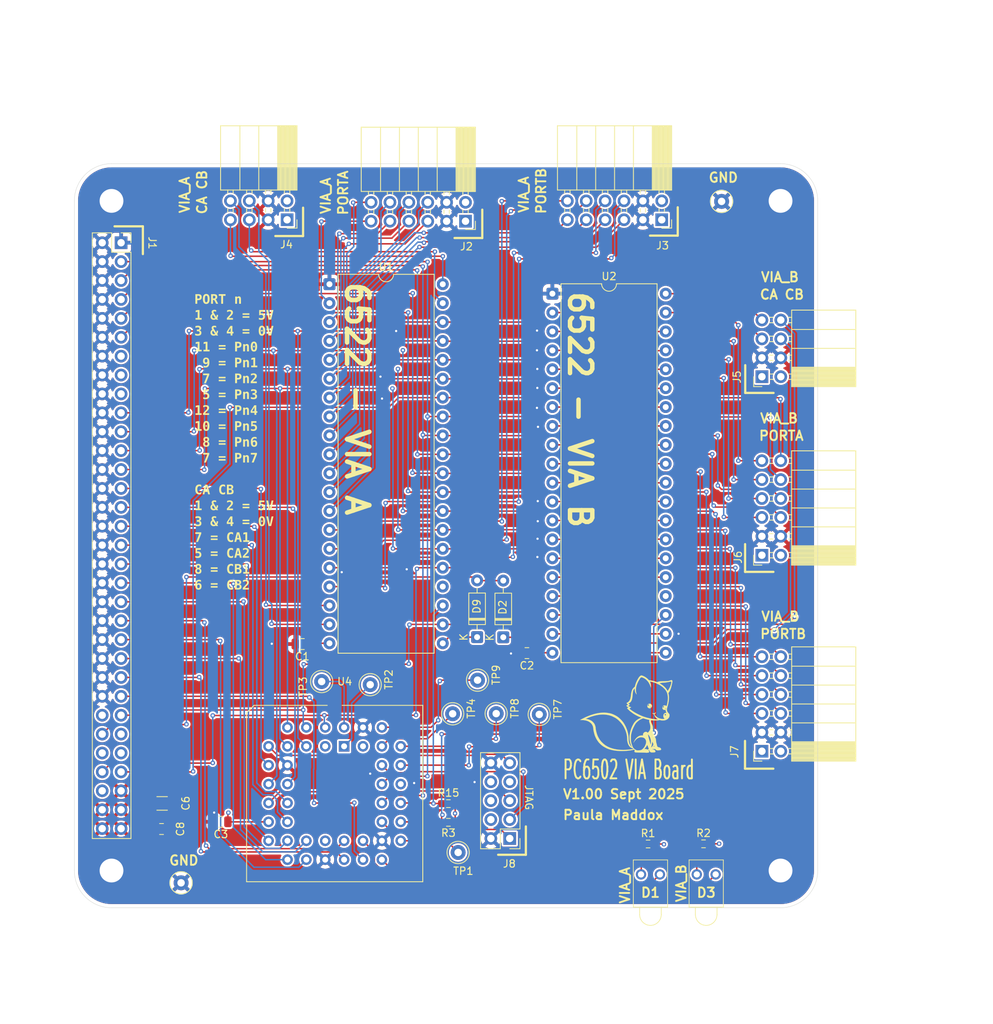
<source format=kicad_pcb>
(kicad_pcb (version 20241229) (generator "pcbnew") (generator_version "9.0")
  (layers (0 "F.Cu" signal) (4 "In1.Cu" signal) (6 "In2.Cu" signal) (2 "B.Cu" signal) (13 "F.Paste" user) (15 "B.Paste" user) (5 "F.SilkS" user "F.Silkscreen") (7 "B.SilkS" user "B.Silkscreen") (1 "F.Mask" user) (3 "B.Mask" user) (25 "Edge.Cuts" user))
  (net 0 "")
  (net 1 "GND")
  (net 2 "/D0")
  (net 3 "/D1")
  (net 4 "/D2")
  (net 5 "/D3")
  (net 6 "/D4")
  (net 7 "/D5")
  (net 8 "/D6")
  (net 9 "/D7")
  (net 10 "/A0")
  (net 11 "/A1")
  (net 12 "/A2")
  (net 13 "/A3")
  (net 14 "/A4")
  (net 15 "/A5")
  (net 16 "/A6")
  (net 17 "/A7")
  (net 18 "/A8")
  (net 19 "/A9")
  (net 20 "/A10")
  (net 21 "/A11")
  (net 22 "/A12")
  (net 23 "/A13")
  (net 24 "/A14")
  (net 25 "/A15")
  (net 26 "RnW")
  (net 27 "SYNQ")
  (net 28 "CLK")
  (net 29 "nIRQ")
  (net 30 "nBUSRQ")
  (net 31 "nNMI")
  (net 32 "nRES")
  (net 33 "nSLOW")
  (net 34 "+5V")
  (net 35 "SPCLK")
  (net 36 "Net-(D1-A)")
  (net 37 "Net-(D1-K)")
  (net 38 "Net-(D2-K)")
  (net 39 "Net-(D3-K)")
  (net 40 "Net-(D3-A)")
  (net 41 "Net-(D9-K)")
  (net 42 "/VA_PA6")
  (net 43 "/VA_PA1")
  (net 44 "/VA_PA5")
  (net 45 "/VA_PA4")
  (net 46 "/VA_PA7")
  (net 47 "/VA_PA3")
  (net 48 "/VA_PA0")
  (net 49 "/VA_PA2")
  (net 50 "/VA_PB2")
  (net 51 "/VA_PB6")
  (net 52 "/VA_PB5")
  (net 53 "/VA_PB3")
  (net 54 "/VA_PB4")
  (net 55 "/VA_PB1")
  (net 56 "/VA_PB7")
  (net 57 "/VA_PB0")
  (net 58 "/VA_CB1")
  (net 59 "/VA_CA2")
  (net 60 "/VA_CA1")
  (net 61 "/VB_CB1")
  (net 62 "/VB_CA1")
  (net 63 "/VB_CA2")
  (net 64 "/VB_PA5")
  (net 65 "/VB_PA6")
  (net 66 "/VB_PA4")
  (net 67 "/VB_PA0")
  (net 68 "/VB_PA7")
  (net 69 "/VB_PA3")
  (net 70 "/VB_PA1")
  (net 71 "/VB_PA2")
  (net 72 "/VB_PB0")
  (net 73 "/VB_PB2")
  (net 74 "/VB_PB6")
  (net 75 "/VB_PB5")
  (net 76 "/VB_PB1")
  (net 77 "/VB_PB7")
  (net 78 "/VB_PB4")
  (net 79 "/VB_PB3")
  (net 81 "TCK")
  (net 84 "TDI")
  (net 85 "TMS")
  (net 86 "TDO")
  (net 87 "6522B_CS")
  (net 88 "6522A_CS")
  (net 89 "Net-(TP1-Pad1)")
  (net 90 "Net-(U4-I{slash}GCLR)")
  (net 91 "Net-(U4-I{slash}OE1)")
  (net 92 "Net-(U4-I{slash}O{slash}GCLK3)")
  (net 93 "Net-(TP7-Pad1)")
  (net 94 "Net-(TP8-Pad1)")
  (net 95 "Net-(TP9-Pad1)")
  (net 101 "/VA_CB2")
  (net 102 "/VB_CB2")
  (footprint "MountingHole:MountingHole_3.2mm_M3_Pad_TopBottom" (layer "F.Cu") (at 192.06 50)
    (property "Reference" "H5" (hide yes))
    (property "Value" "MountingHole_Pad")
  )
  (footprint "TestPoint:TestPoint_Loop_D1.80mm_Drill1.0mm_Beaded" (layer "F.Cu") (at 148.69 137.57)
    (property "Reference" "TP1")
    (property "Value" "TestPoint")
  )
  (footprint "Diode_THT:D_DO-35_SOD27_P7.62mm_Horizontal" (layer "F.Cu") (at 151.24 108.63 90)
    (property "Reference" "D9")
    (property "Value" "1N4148")
  )
  (footprint "Connector_PinSocket_2.54mm:PinSocket_2x06_P2.54mm_Horizontal" (layer "F.Cu") (at 149.68 52.73 -90)
    (property "Reference" "J2")
    (property "Value" "Conn_02x06_Odd_Even")
  )
  (footprint "Capacitor_SMD:C_0805_2012Metric" (layer "F.Cu") (at 127.73 109.56 180)
    (property "Reference" "C1")
    (property "Value" "100nF")
  )
  (footprint "LTL-4221NHBP:LTL4221NHBP" (layer "F.Cu") (at 173.29 140.52)
    (property "Reference" "D1")
    (property "Value" "LED" (hide yes))
  )
  (footprint "Package_LCC:PLCC-44_THT-Socket" (layer "F.Cu") (at 133.35 123.3)
    (property "Reference" "U4")
    (property "Value" "ATF1502AS")
  )
  (footprint "Resistor_SMD:R_0603_1608Metric_Pad0.98x0.95mm_HandSolder" (layer "F.Cu") (at 147.38 133.52 180)
    (property "Reference" "R3")
    (property "Value" "4K7")
  )
  (footprint "Resistor_SMD:R_0603_1608Metric_Pad0.98x0.95mm_HandSolder" (layer "F.Cu") (at 181.7 136.41)
    (property "Reference" "R2")
    (property "Value" "470R")
  )
  (footprint "Connector_PinSocket_2.54mm:PinSocket_2x06_P2.54mm_Horizontal" (layer "F.Cu") (at 176.08 52.54 -90)
    (property "Reference" "J3")
    (property "Value" "Conn_02x06_Odd_Even")
  )
  (footprint "Capacitor_SMD:C_1206_3216Metric" (layer "F.Cu") (at 108.87 130.98)
    (property "Reference" "C6")
    (property "Value" "47uF")
  )
  (footprint "MountingHole:MountingHole_3.2mm_M3_Pad_TopBottom" (layer "F.Cu") (at 192.06 140)
    (property "Reference" "H6" (hide yes))
    (property "Value" "MountingHole_Pad")
  )
  (footprint "Capacitor_SMD:C_0805_2012Metric" (layer "F.Cu") (at 116.77 133.45 180)
    (property "Reference" "C3")
    (property "Value" "100nF")
  )
  (footprint "Capacitor_SMD:C_0805_2012Metric" (layer "F.Cu") (at 108.79 134.42)
    (property "Reference" "C8")
    (property "Value" "100nF")
  )
  (footprint "LTL-4221NHBP:LTL4221NHBP" (layer "F.Cu") (at 180.79 140.52)
    (property "Reference" "D3")
    (property "Value" "LED" (hide yes))
  )
  (footprint "PaulasKiCADFootPrint:Fox_avatar_18mm" (layer "F.Cu") (at 172.05 118.97)
    (property "Reference" "FOX1" (hide yes))
    (property "Value" "SYM_Flash_Large" (hide yes))
  )
  (footprint "TestPoint:TestPoint_Loop_D1.80mm_Drill1.0mm_Beaded" (layer "F.Cu") (at 111.42 141.65)
    (property "Reference" "TP5" (hide yes))
    (property "Value" "TestPoint")
  )
  (footprint "Diode_THT:D_DO-35_SOD27_P7.62mm_Horizontal" (layer "F.Cu") (at 154.76 108.65 90)
    (property "Reference" "D2")
    (property "Value" "1N4148")
  )
  (footprint "MountingHole:MountingHole_3.2mm_M3_Pad_TopBottom" (layer "F.Cu") (at 102.06 50)
    (property "Reference" "H4" (hide yes))
    (property "Value" "MountingHole_Pad")
  )
  (footprint "TestPoint:TestPoint_Loop_D1.80mm_Drill1.0mm_Beaded" (layer "F.Cu") (at 130.33 114.6 -90)
    (property "Reference" "TP3")
    (property "Value" "TestPoint")
  )
  (footprint "TestPoint:TestPoint_Loop_D1.80mm_Drill1.0mm_Beaded" (layer "F.Cu") (at 151.3 114.41 90)
    (property "Reference" "TP9")
    (property "Value" "TestPoint")
  )
  (footprint "TestPoint:TestPoint_Loop_D1.80mm_Drill1.0mm_Beaded" (layer "F.Cu") (at 159.6 119.02 90)
    (property "Reference" "TP7")
    (property "Value" "TestPoint")
  )
  (footprint "TestPoint:TestPoint_Loop_D1.80mm_Drill1.0mm_Beaded" (layer "F.Cu") (at 184.13 50.07)
    (property "Reference" "TP6" (hide yes))
    (property "Value" "TestPoint")
  )
  (footprint "Connector_PinSocket_2.54mm:PinSocket_2x06_P2.54mm_Horizontal" (layer "F.Cu") (at 189.555 123.965 180)
    (property "Reference" "J7")
    (property "Value" "Conn_02x06_Odd_Even")
  )
  (footprint "Package_DIP:DIP-40_W15.24mm" (layer "F.Cu") (at 161.37 62.47)
    (property "Reference" "U2")
    (property "Value" "W65C22NxP")
  )
  (footprint "MountingHole:MountingHole_3.2mm_M3_Pad_TopBottom" (layer "F.Cu") (at 102.06 140)
    (property "Reference" "H3" (hide yes))
    (property "Value" "MountingHole_Pad")
  )
  (footprint "Resistor_SMD:R_0603_1608Metric_Pad0.98x0.95mm_HandSolder" (layer "F.Cu") (at 174.24 136.43)
    (property "Reference" "R1")
    (property "Value" "470R")
  )
  (footprint "Connector_PinSocket_2.54mm:PinSocket_2x32_P2.54mm_Vertical" (layer "F.Cu") (at 103.35 55.625)
    (property "Reference" "J1")
    (property "Value" "BUS")
  )
  (footprint "Connector_PinSocket_2.54mm:PinSocket_2x06_P2.54mm_Horizontal" (layer "F.Cu") (at 189.55 97.62 180)
    (property "Reference" "J6")
    (property "Value" "Conn_02x06_Odd_Even")
  )
  (footprint "Capacitor_SMD:C_0805_2012Metric" (layer "F.Cu") (at 157.94 110.78 180)
    (property "Reference" "C2")
    (property "Value" "100nF")
  )
  (footprint "TestPoint:TestPoint_Loop_D1.80mm_Drill1.0mm_Beaded" (layer "F.Cu") (at 147.95 118.93 90)
    (property "Reference" "TP4")
    (property "Value" "TestPoint")
  )
  (footprint "TestPoint:TestPoint_Loop_D1.80mm_Drill1.0mm_Beaded" (layer "F.Cu") (at 153.81 118.91 90)
    (property "Reference" "TP8")
    (property "Value" "TestPoint")
  )
  (footprint "Connector_PinHeader_2.54mm:PinHeader_2x05_P2.54mm_Vertical" (layer "F.Cu") (at 155.63 135.69 180)
    (property "Reference" "J8")
    (property "Value" "Conn_02x05_Odd_Even")
  )
  (footprint "Resistor_SMD:R_0603_1608Metric_Pad0.98x0.95mm_HandSolder" (layer "F.Cu") (at 147.38 131.01 180)
    (property "Reference" "R15")
    (property "Value" "4K7")
  )
  (footprint "TestPoint:TestPoint_Loop_D1.80mm_Drill1.0mm_Beaded" (layer "F.Cu") (at 136.86 115.02 90)
    (property "Reference" "TP2")
    (property "Value" "TestPoint")
  )
  (footprint "Package_DIP:DIP-40_W15.24mm" (layer "F.Cu") (at 131.38 61.2)
    (property "Reference" "U1")
    (property "Value" "W65C22NxP")
  )
  (footprint "Connector_PinSocket_2.54mm:PinSocket_2x04_P2.54mm_Horizontal" (layer "F.Cu") (at 125.68 52.54 -90)
    (property "Reference" "J4")
    (property "Value" "Conn_02x04_Odd_Even")
  )
  (footprint "Connector_PinSocket_2.54mm:PinSocket_2x04_P2.54mm_Horizontal" (layer "F.Cu") (at 189.555 73.63 180)
    (property "Reference" "J5")
    (property "Value" "Conn_02x04_Odd_Even")
  )
  (gr_line (start 187.28 126.31) (end 191.09 126.31) (stroke (width 0.3)) (layer "F.SilkS"))
  (gr_line (start 187.28 126.31) (end 187.28 122.58) (stroke (width 0.3)) (layer "F.SilkS"))
  (gr_line (start 151.935 54.99) (end 148.205 54.99) (stroke (width 0.3)) (layer "F.SilkS"))
  (gr_line (start 106.28 53.42) (end 106.28 57.15) (stroke (width 0.3)) (layer "F.SilkS"))
  (gr_line (start 187.31 75.81) (end 187.31 72.08) (stroke (width 0.3)) (layer "F.SilkS"))
  (gr_line (start 127.83 54.725) (end 124.1 54.725) (stroke (width 0.3)) (layer "F.SilkS"))
  (gr_line (start 187.29 99.86) (end 191.1 99.86) (stroke (width 0.3)) (layer "F.SilkS"))
  (gr_line (start 106.28 53.42) (end 102.47 53.42) (stroke (width 0.3)) (layer "F.SilkS"))
  (gr_line (start 187.31 75.81) (end 191.12 75.81) (stroke (width 0.3)) (layer "F.SilkS"))
  (gr_line (start 178.23 54.67) (end 174.5 54.67) (stroke (width 0.3)) (layer "F.SilkS"))
  (gr_line (start 178.23 54.67) (end 178.23 50.86) (stroke (width 0.3)) (layer "F.SilkS"))
  (gr_line (start 157.8 137.88) (end 154.07 137.88) (stroke (width 0.3)) (layer "F.SilkS"))
  (gr_line (start 157.8 137.88) (end 157.8 134.07) (stroke (width 0.3)) (layer "F.SilkS"))
  (gr_line (start 187.29 99.86) (end 187.29 96.13) (stroke (width 0.3)) (layer "F.SilkS"))
  (gr_line (start 151.935 54.99) (end 151.935 51.18) (stroke (width 0.3)) (layer "F.SilkS"))
  (gr_line (start 127.83 54.725) (end 127.83 50.915) (stroke (width 0.3)) (layer "F.SilkS"))
  (gr_line (start 102.06 45) (end 192.06 45) (stroke (width 0.05)) (layer "Edge.Cuts"))
  (gr_line (start 197.06 50) (end 197.06 140) (stroke (width 0.05)) (layer "Edge.Cuts"))
  (gr_arc (start 102.06 145) (mid 98.524466 143.535534) (end 97.06 140) (stroke (width 0.05)) (layer "Edge.Cuts"))
  (gr_arc (start 197.06 140) (mid 195.595534 143.535534) (end 192.06 145) (stroke (width 0.05)) (layer "Edge.Cuts"))
  (gr_arc (start 97.06 50) (mid 98.524466 46.464466) (end 102.06 45) (stroke (width 0.05)) (layer "Edge.Cuts"))
  (gr_line (start 97.06 50) (end 97.06 140) (stroke (width 0.05)) (layer "Edge.Cuts"))
  (gr_line (start 192.06 145) (end 102.06 145) (stroke (width 0.05)) (layer "Edge.Cuts"))
  (gr_arc (start 192.06 45) (mid 195.595534 46.464466) (end 197.06 50) (stroke (width 0.05)) (layer "Edge.Cuts"))
  (gr_text "6522 - VIA A" (at 133.35 60.64 270) (layer "F.SilkS") (effects (font (size 3 3) (thickness 0.6) (bold yes)) (justify left bottom)))
  (gr_text "PORTB\n" (at 160.6 51.89 90) (layer "F.SilkS") (effects (font (size 1.27 1.27) (thickness 0.254) (bold yes)) (justify left bottom)))
  (gr_text "VIA_A\n" (at 171.87 144.57 90) (layer "F.SilkS") (effects (font (size 1.27 1.27) (thickness 0.254) (bold yes)) (justify left bottom)))
  (gr_text "GND" (at 109.69 139.39 0) (layer "F.SilkS") (effects (font (size 1.27 1.27) (thickness 0.254) (bold yes)) (justify left bottom)))
  (gr_text "PORTB\n" (at 189.19 108.95 0) (layer "F.SilkS") (effects (font (size 1.27 1.27) (thickness 0.254) (bold yes)) (justify left bottom)))
  (gr_text "V1.00 Sept 2025" (at 162.67 130.476 0) (layer "F.SilkS") (effects (font (size 1.27 1.27) (thickness 0.254) (bold yes)) (justify left bottom)))
  (gr_text "VIA_B\n" (at 189.18 79.97 0) (layer "F.SilkS") (effects (font (size 1.27 1.27) (thickness 0.254) (bold yes)) (justify left bottom)))
  (gr_text "CA CB" (at 189.15 63.33 0) (layer "F.SilkS") (effects (font (size 1.27 1.27) (thickness 0.254) (bold yes)) (justify left bottom)))
  (gr_text "VIA_B" (at 189.3 60.99 0) (layer "F.SilkS") (effects (font (size 1.27 1.27) (thickness 0.254) (bold yes)) (justify left bottom)))
  (gr_text "PC6502 VIA Board" (at 162.67 127.936 0) (layer "F.SilkS") (effects (font (size 2.54 1.27) (thickness 0.254) (bold yes)) (justify left bottom)))
  (gr_text "VIA_A\n" (at 131.62 51.9 90) (layer "F.SilkS") (effects (font (size 1.27 1.27) (thickness 0.254) (bold yes)) (justify left bottom)))
  (gr_text "VIA_B\n" (at 179.44 144.38 90) (layer "F.SilkS") (effects (font (size 1.27 1.27) (thickness 0.254) (bold yes)) (justify left bottom)))
  (gr_text "CA CB" (at 114.98 51.93 90) (layer "F.SilkS") (effects (font (size 1.27 1.27) (thickness 0.254) (bold yes)) (justify left bottom)))
  (gr_text "PORTA" (at 133.96 52.05 90) (layer "F.SilkS") (effects (font (size 1.27 1.27) (thickness 0.254) (bold yes)) (justify left bottom)))
  (gr_text "PORTA" (at 189.03 82.31 0) (layer "F.SilkS") (effects (font (size 1.27 1.27) (thickness 0.254) (bold yes)) (justify left bottom)))
  (gr_text "Paula Maddox" (at 162.67 133.27 0) (layer "F.SilkS") (effects (font (size 1.27 1.27) (thickness 0.254) (bold yes)) (justify left bottom)))
  (gr_text "GND" (at 182.26 47.61 0) (layer "F.SilkS") (effects (font (size 1.27 1.27) (thickness 0.254) (bold yes)) (justify left bottom)))
  (gr_text "VIA_A\n" (at 158.26 51.74 90) (layer "F.SilkS") (effects (font (size 1.27 1.27) (thickness 0.254) (bold yes)) (justify left bottom)))
  (gr_text "6522 - VIA B\n" (at 163.34 61.89 270) (layer "F.SilkS") (effects (font (size 3 3) (thickness 0.6) (bold yes)) (justify left bottom)))
  (gr_text "VIA_B\n" (at 189.34 106.61 0) (layer "F.SilkS") (effects (font (size 1.27 1.27) (thickness 0.254) (bold yes)) (justify left bottom)))
  (gr_text "VIA_A\n" (at 112.64 51.78 90) (layer "F.SilkS") (effects (font (size 1.27 1.27) (thickness 0.254) (bold yes)) (justify left bottom)))
  (gr_text "JTAG" (at 158.2 130.17 270) (layer "F.SilkS") (effects (font (size 1 1))))
  (gr_text "PORT n \n1 & 2 = 5V\n3 & 4 = 0V\n11 = Pn0\n 9 = Pn1\n 7 = Pn2\n 5 = Pn3\n12 = Pn4\n10 = Pn5\n 8 = Pn6\n 7 = Pn7\n\nCA CB\n1 & 2 = 5V\n3 & 4 = 0V\n7 = CA1\n5 = CA2\n8 = CB1\n6 = CB2" (at 113.2 102.45 0) (layer "F.SilkS") (effects (font (size 1.27 1.27) (thickness 0.254) (bold yes)) (justify left bottom)))
  (segment (start 141.32 99.96) (end 136.72 99.96) (width 0.2) (layer "F.Cu") (net 1))
  (segment (start 141.77 99.51) (end 141.32 99.96) (width 0.2) (layer "F.Cu") (net 1))
  (segment (start 133.09 99.96) (end 133.03 99.9) (width 0.2) (layer "F.Cu") (net 1))
  (segment (start 136.72 99.96) (end 133.09 99.96) (width 0.2) (layer "F.Cu") (net 1))
  (segment (start 156.99 110.78) (end 155.85 110.78) (width 0.2) (layer "F.Cu") (net 1))
  (segment (start 155.85 110.78) (end 155.8 110.83) (width 0.2) (layer "F.Cu") (net 1))
  (segment (start 115.82 133.45) (end 115.82 132.26) (width 0.2) (layer "F.Cu") (net 1))
  (segment (start 123.66 109.56) (end 123.62 109.52) (width 0.2) (layer "F.Cu") (net 1))
  (segment (start 115.82 132.26) (end 115.87 132.21) (width 0.2) (layer "F.Cu") (net 1))
  (segment (start 126.78 109.56) (end 123.66 109.56) (width 0.2) (layer "F.Cu") (net 1))
  (via (at 159.29 70.08) (size 0.6) (drill 0.3) (layers "F.Cu" "B.Cu") (net 1))
  (via (at 159.29 77.82) (size 0.6) (drill 0.3) (layers "F.Cu" "B.Cu") (net 1))
  (via (at 159.3 67.43) (size 0.6) (drill 0.3) (layers "F.Cu" "B.Cu") (net 1))
  (via (at 155.8 110.83) (size 0.6) (drill 0.3) (layers "F.Cu" "B.Cu") (net 1))
  (via (at 123.62 109.52) (size 0.6) (drill 0.3) (layers "F.Cu" "B.Cu") (net 1))
  (via (at 159.34 72.59) (size 0.6) (drill 0.3) (layers "F.Cu" "B.Cu") (net 1))
  (via (at 141.77 99.51) (size 0.6) (drill 0.3) (layers "F.Cu" "B.Cu") (net 1))
  (via (at 138.24 73.62) (size 0.6) (drill 0.3) (layers "F.Cu" "B.Cu") (net 1))
  (via (at 136.86 126.98) (size 0.6) (drill 0.3) (layers "F.Cu" "B.Cu") (net 1))
  (via (at 159.43 80.37) (size 0.6) (drill 0.3) (layers "F.Cu" "B.Cu") (net 1))
  (via (at 140.35 67.49) (size 0.6) (drill 0.3) (layers "F.Cu" "B.Cu") (net 1))
  (via (at 159.4 93.05) (size 0.6) (drill 0.3) (layers "F.Cu" "B.Cu") (net 1))
  (via (at 133.03 99.9) (size 0.6) (drill 0.3) (layers "F.Cu" "B.Cu") (net 1))
  (via (at 115.87 132.21) (size 0.6) (drill 0.3) (layers "F.Cu" "B.Cu") (net 1))
  (via (at 159.4 90.35) (size 0.6) (drill 0.3) (layers "F.Cu" "B.Cu") (net 1))
  (via (at 138.45 76.57) (size 0.6) (drill 0.3) (layers "F.Cu" "B.Cu") (net 1))
  (via (at 150.9 128.11) (size 0.6) (drill 0.3) (layers "F.Cu" "B.Cu") (net 1))
  (via (at 159.34 75.14) (size 0.6) (drill 0.3) (layers "F.Cu" "B.Cu") (net 1))
  (via (at 142.77 128.24) (size 0.6) (drill 0.3) (layers "F.Cu" "B.Cu") (net 1))
  (via (at 178.34 108.18) (size 0.6) (drill 0.3) (layers "F.Cu" "B.Cu") (net 1))
  (via (at 159.37 95.41) (size 0.6) (drill 0.3) (layers "F.Cu" "B.Cu") (net 1))
  (via (at 159.35 97.86) (size 0.6) (drill 0.3) (layers "F.Cu" "B.Cu") (net 1))
  (segment (start 144.545 58.165) (end 144.57 58.19) (width 0.2) (layer "F.Cu") (net 2))
  (segment (start 170.01 78.98) (end 146.62 78.98) (width 0.2) (layer "F.Cu") (net 2))
  (segment (start 146.62 78.98) (end 144.57 78.98) (width 0.2) (layer "F.Cu") (net 2))
  (segment (start 144.55 127.32) (end 139.49 127.32) (width 0.2) (layer "F.Cu") (net 2))
  (segment (start 176.61 80.25) (end 171.28 80.25) (width 0.2) (layer "F.Cu") (net 2))
  (segment (start 103.35 58.165) (end 144.545 58.165) (width 0.2) (layer "F.Cu") (net 2))
  (segment (start 139.49 127.32) (end 138.43 128.38) (width 0.2) (layer "F.Cu") (net 2))
  (segment (start 171.28 80.25) (end 170.01 78.98) (width 0.2) (layer "F.Cu") (net 2))
  (via (at 144.57 78.98) (size 0.6) (drill 0.3) (layers "F.Cu" "B.Cu") (net 2))
  (via (at 144.55 127.32) (size 0.6) (drill 0.3) (layers "F.Cu" "B.Cu") (net 2))
  (via (at 144.57 58.19) (size 0.6) (drill 0.3) (layers "F.Cu" "B.Cu") (net 2))
  (segment (start 144.57 58.19) (end 144.57 78.98) (width 0.2) (layer "B.Cu") (net 2))
  (segment (start 144.57 127.3) (end 144.55 127.32) (width 0.2) (layer "B.Cu") (net 2))
  (segment (start 144.57 78.98) (end 144.57 127.3) (width 0.2) (layer "B.Cu") (net 2))
  (segment (start 105.365 58.69) (end 107.81 58.69) (width 0.2) (layer "F.Cu") (net 3))
  (segment (start 107.81 58.69) (end 143.8 58.69) (width 0.2) (layer "F.Cu") (net 3))
  (segment (start 143.8 58.69) (end 143.93 58.82) (width 0.2) (layer "F.Cu") (net 3))
  (segment (start 143.95 129.92) (end 143.9378 129.9078) (width 0.2) (layer "F.Cu") (net 3))
  (segment (start 103.35 60.705) (end 105.365 58.69) (width 0.2) (layer "F.Cu") (net 3))
  (segment (start 171.32 82.82) (end 170.05 81.55) (width 0.2) (layer "F.Cu") (net 3))
  (segment (start 146.62 81.52) (end 144.019 81.52) (width 0.2) (layer "F.Cu") (net 3))
  (segment (start 176.65 82.82) (end 171.32 82.82) (width 0.2) (layer "F.Cu") (net 3))
  (segment (start 144.019 81.52) (end 143.949 81.45) (width 0.2) (layer "F.Cu") (net 3))
  (segment (start 139.4422 129.9078) (end 138.43 130.92) (width 0.2) (layer "F.Cu") (net 3))
  (segment (start 170.05 81.55) (end 146.66 81.55) (width 0.2) (layer "F.Cu") (net 3))
  (segment (start 143.9378 129.9078) (end 139.4422 129.9078) (width 0.2) (layer "F.Cu") (net 3))
  (via (at 143.93 58.82) (size 0.6) (drill 0.3) (layers "F.Cu" "B.Cu") (net 3))
  (via (at 143.95 129.92) (size 0.6) (drill 0.3) (layers "F.Cu" "B.Cu") (net 3))
  (via (at 143.949 81.45) (size 0.6) (drill 0.3) (layers "F.Cu" "B.Cu") (net 3))
  (segment (start 143.949 128.31) (end 143.949 129.919) (width 0.2) (layer "B.Cu") (net 3))
  (segment (start 143.949 129.919) (end 143.95 129.92) (width 0.2) (layer "B.Cu") (net 3))
  (segment (start 143.949 58.839) (end 143.93 58.82) (width 0.2) (layer "B.Cu") (net 3))
  (segment (start 143.949 81.45) (end 143.949 58.839) (width 0.2) (layer "B.Cu") (net 3))
  (segment (start 143.949 81.45) (end 143.949 128.31) (width 0.2) (layer "B.Cu") (net 3))
  (segment (start 170.09 84.05) (end 146.63 84.05) (width 0.2) (layer "F.Cu") (net 4))
  (segment (start 107.325 59.27) (end 112.24 59.27) (width 0.2) (layer "F.Cu") (net 4))
  (segment (start 143.11 59.27) (end 143.18 59.34) (width 0.2) (layer "F.Cu") (net 4))
  (segment (start 103.35 63.245) (end 107.325 59.27) (width 0.2) (layer "F.Cu") (net 4))
  (segment (start 143.5 84.07) (end 143.51 84.06) (width 0.2) (layer "F.Cu") (net 4))
  (segment (start 143.51 84.06) (end 146.62 84.06) (width 0.2) (layer "F.Cu") (net 4))
  (segment (start 112.24 59.27) (end 143.11 59.27) (width 0.2) (layer "F.Cu") (net 4))
  (segment (start 176.62 85.32) (end 171.36 85.32) (width 0.2) (layer "F.Cu") (net 4))
  (segment (start 143.21 84.07) (end 143.5 84.07) (width 0.2) (layer "F.Cu") (net 4))
  (segment (start 171.36 85.32) (end 170.09 84.05) (width 0.2) (layer "F.Cu") (net 4))
  (via (at 143.21 84.07) (size 0.6) (drill 0.3) (layers "F.Cu" "B.Cu") (net 4))
  (via (at 143.18 59.34) (size 0.6) (drill 0.3) (layers "F.Cu" "B.Cu") (net 4))
  (segment (start 143.21 59.37) (end 143.21 84.07) (width 0.2) (layer "B.Cu") (net 4))
  (segment (start 143.18 59.34) (end 143.21 59.37) (width 0.2) (layer "B.Cu") (net 4))
  (segment (start 130.77 62.46) (end 142.53 62.46) (width 0.2) (layer "F.Cu") (net 5))
  (segment (start 170.23 86.62) (end 146.61 86.62) (width 0.2) (layer "F.Cu") (net 5))
  (segment (start 142.6 86.6) (end 146.62 86.6) (width 0.2) (layer "F.Cu") (net 5))
  (segment (start 106.675 62.46) (end 130.77 62.46) (width 0.2) (layer "F.Cu") (net 5))
  (segment (start 103.35 65.785) (end 106.675 62.46) (width 0.2) (layer "F.Cu") (net 5))
  (segment (start 142.53 62.46) (end 142.58 62.41) (width 0.2) (layer "F.Cu") (net 5))
  (segment (start 171.5 87.89) (end 170.23 86.62) (width 0.2) (layer "F.Cu") (net 5))
  (segment (start 176.6 87.89) (end 171.5 87.89) (width 0.2) (layer "F.Cu") (net 5))
  (segment (start 142.55 86.55) (end 142.6 86.6) (width 0.2) (layer "F.Cu") (net 5))
  (via (at 142.58 62.41) (size 0.6) (drill 0.3) (layers "F.Cu" "B.Cu") (net 5))
  (via (at 142.55 86.55) (size 0.6) (drill 0.3) (layers "F.Cu" "B.Cu") (net 5))
  (segment (start 142.58 86.52) (end 142.55 86.55) (width 0.2) (layer "B.Cu") (net 5))
  (segment (start 142.58 62.41) (end 142.58 86.52) (width 0.2) (layer "B.Cu") (net 5))
  (segment (start 142.09 89.14) (end 146.62 89.14) (width 0.2) (layer "F.Cu") (net 6))
  (segment (start 106.655 65.02) (end 129.32 65.02) (width 0.2) (layer "F.Cu") (net 6))
  (segment (start 146.62 89.12) (end 170.47 89.12) (width 0.2) (layer "F.Cu") (net 6))
  (segment (start 141.95 89) (end 142.09 89.14) (width 0.2) (layer "F.Cu") (net 6))
  (segment (start 176.61 90.39) (end 171.74 90.39) (width 0.2) (layer "F.Cu") (net 6))
  (segment (start 103.35 68.325) (end 106.655 65.02) (width 0.2) (layer "F.Cu") (net 6))
  (segment (start 129.32 65.02) (end 141.95 65.02) (width 0.2) (layer "F.Cu") (net 6))
  (segment (start 141.95 65.02) (end 141.97 65) (width 0.2) (layer "F.Cu") (net 6))
  (segment (start 171.74 90.39) (end 170.47 89.12) (width 0.2) (layer "F.Cu") (net 6))
  (via (at 141.97 65) (size 0.6) (drill 0.3) (layers "F.Cu" "B.Cu") (net 6))
  (via (at 141.95 89) (size 0.6) (drill 0.3) (layers "F.Cu" "B.Cu") (net 6))
  (segment (start 141.97 65) (end 141.949 65.021) (width 0.2) (layer "B.Cu") (net 6))
  (segment (start 141.949 88.999) (end 141.95 89) (width 0.2) (layer "B.Cu") (net 6))
  (segment (start 141.949 65.021) (end 141.949 88.999) (width 0.2) (layer "B.Cu") (net 6))
  (segment (start 146.66 91.69) (end 170.51 91.69) (width 0.2) (layer "F.Cu") (net 7))
  (segment (start 141.26 91.68) (end 146.62 91.68) (width 0.2) (layer "F.Cu") (net 7))
  (segment (start 176.65 92.96) (end 171.78 92.96) (width 0.2) (layer "F.Cu") (net 7))
  (segment (start 171.78 92.96) (end 170.51 91.69) (width 0.2) (layer "F.Cu") (net 7))
  (via (at 141.26 91.68) (size 0.6) (drill 0.3) (layers "F.Cu" "B.Cu") (net 7))
  (via (at 141.26 70.07) (size 0.6) (drill 0.3) (layers "F.Cu" "B.Cu") (net 7))
  (segment (start 141.25 91.55) (end 141.26 91.56) (width 0.2) (layer "B.Cu") (net 7))
  (segment (start 141.26 91.56) (end 141.26 91.68) (width 0.2) (layer "B.Cu") (net 7))
  (segment (start 141.26 91.54) (end 141.25 91.55) (width 0.2) (layer "B.Cu") (net 7))
  (segment (start 141.26 70.07) (end 141.26 91.54) (width 0.2) (layer "B.Cu") (net 7))
  (segment (start 146.63 94.19) (end 170.48 94.19) (width 0.2) (layer "F.Cu") (net 8))
  (segment (start 140.66 94.22) (end 146.62 94.22) (width 0.2) (layer "F.Cu") (net 8))
  (segment (start 171.75 95.46) (end 170.48 94.19) (width 0.2) (layer "F.Cu") (net 8))
  (segment (start 140.63 94.19) (end 140.66 94.22) (width 0.2) (layer "F.Cu") (net 8))
  (segment (start 176.62 95.46) (end 171.75 95.46) (width 0.2) (layer "F.Cu") (net 8))
  (via (at 140.59 72.58) (size 0.6) (drill 0.3) (layers "F.Cu" "B.Cu") (net 8))
  (via (at 140.63 94.19) (size 0.6) (drill 0.3) (layers "F.Cu" "B.Cu") (net 8))
  (segment (start 140.59 94.15) (end 140.63 94.19) (width 0.2) (layer "B.Cu") (net 8))
  (segment (start 140.59 72.58) (end 140.59 94.15) (width 0.2) (layer "B.Cu") (net 8))
  (segment (start 146.61 96.76) (end 170.46 96.76) (width 0.2) (layer "F.Cu") (net 9))
  (segment (start 176.6 98.03) (end 171.73 98.03) (width 0.2) (layer "F.Cu") (net 9))
  (segment (start 171.73 98.03) (end 170.46 96.76) (width 0.2) (layer "F.Cu") (net 9))
  (segment (start 139.96 96.76) (end 146.62 96.76) (width 0.2) (layer "F.Cu") (net 9))
  (segment (start 139.92 96.72) (end 139.96 96.76) (width 0.2) (layer "F.Cu") (net 9))
  (via (at 139.92 96.72) (size 0.6) (drill 0.3) (layers "F.Cu" "B.Cu") (net 9))
  (via (at 139.85 75.21) (size 0.6) (drill 0.3) (layers "F.Cu" "B.Cu") (net 9))
  (segment (start 139.92 75.28) (end 139.92 96.72) (width 0.2) (layer "B.Cu") (net 9))
  (segment (start 139.85 75.21) (end 139.92 75.28) (width 0.2) (layer "B.Cu") (net 9))
  (segment (start 146.61 66.29) (end 170.46 66.29) (width 0.2) (layer "F.Cu") (net 10))
  (segment (start 112.355 78.485) (end 103.35 78.485) (width 0.2) (layer "F.Cu") (net 10))
  (segment (start 171.73 67.56) (end 170.46 66.29) (width 0.2) (layer "F.Cu") (net 10))
  (segment (start 139.19 66.28) (end 146.62 66.28) (width 0.2) (layer "F.Cu") (net 10))
  (segment (start 127.11 67.49) (end 112.5 67.49) (width 0.2) (layer "F.Cu") (net 10))
  (segment (start 112.4 78.44) (end 112.355 78.485) (width 0.2) (layer "F.Cu") (net 10))
  (segment (start 176.6 67.56) (end 171.73 67.56) (width 0.2) (layer "F.Cu") (net 10))
  (segment (start 127.11 67.49) (end 137.98 67.49) (width 0.2) (layer "F.Cu") (net 10))
  (segment (start 137.98 67.49) (end 139.19 66.28) (width 0.2) (layer "F.Cu") (net 10))
  (segment (start 112.5 67.49) (end 112.49 67.48) (width 0.2) (layer "F.Cu") (net 10))
  (via (at 127.11 67.49) (size 0.6) (drill 0.3) (layers "F.Cu" "B.Cu") (net 10))
  (via (at 112.4 78.44) (size 0.6) (drill 0.3) (layers "F.Cu" "B.Cu") (net 10))
  (via (at 112.49 67.48) (size 0.6) (drill 0.3) (layers "F.Cu" "B.Cu") (net 10))
  (segment (start 127.1422 122.1722) (end 128.27 123.3) (width 0.2) (layer "B.Cu") (net 10))
  (segment (start 127.11 67.49) (end 127.11 67.7) (width 0.2) (layer "B.Cu") (net 10))
  (segment (start 127.1422 67.7322) (end 127.1422 122.1722) (width 0.2) (layer "B.Cu") (net 10))
  (segment (start 112.49 78.35) (end 112.4 78.44) (width 0.2) (layer "B.Cu") (net 10))
  (segment (start 112.49 67.48) (end 112.49 78.35) (width 0.2) (layer "B.Cu") (net 10))
  (segment (start 127.11 67.7) (end 127.1422 67.7322) (width 0.2) (layer "B.Cu") (net 10))
  (segment (start 113.14 80.97) (end 113.085 81.025) (width 0.2) (layer "F.Cu") (net 11))
  (segment (start 138.28 69.72) (end 137.88 70.12) (width 0.2) (layer "F.Cu") (net 11))
  (segment (start 123.84 70.12) (end 113.18 70.12) (width 0.2) (layer "F.Cu") (net 11))
  (segment (start 146.65 68.86) (end 170.5 68.86) (width 0.2) (layer "F.Cu") (net 11))
  (segment (start 139.18 68.82) (end 138.28 69.72) (width 0.2) (layer "F.Cu") (net 11))
  (segment (start 146.62 68.82) (end 139.18 68.82) (width 0.2) (layer "F.Cu") (net 11))
  (segment (start 113.085 81.025) (end 103.35 81.025) (width 0.2) (layer "F.Cu") (net 11))
  (segment (start 137.88 70.12) (end 131.94 70.12) (width 0.2) (layer "F.Cu") (net 11))
  (segment (start 171.77 70.13) (end 170.5 68.86) (width 0.2) (layer "F.Cu") (net 11))
  (segment (start 176.64 70.13) (end 171.77 70.13) (width 0.2) (layer "F.Cu") (net 11))
  (segment (start 131.94 70.12) (end 123.84 70.12) (width 0.2) (layer "F.Cu") (net 11))
  (via (at 113.18 70.12) (size 0.6) (drill 0.3) (layers "F.Cu" "B.Cu") (net 11))
  (via (at 113.14 80.97) (size 0.6) (drill 0.3) (layers "F.Cu" "B.Cu") (net 11))
  (via (at 123.84 70.12) (size 0.6) (drill 0.3) (layers "F.Cu" "B.Cu") (net 11))
  (segment (start 123.99 70.764314) (end 123.84 70.614315) (width 0.2) (layer "B.Cu") (net 11))
  (segment (start 123.99 75.309943) (end 123.99 70.764314) (width 0.2) (layer "B.Cu") (net 11))
  (segment (start 124.29 127.28) (end 124.29 75.609943) (width 0.2) (layer "B.Cu") (net 11))
  (segment (start 113.18 80.93) (end 113.14 80.97) (width 0.2) (layer "B.Cu") (net 11))
  (segment (start 123.84 70.614315) (end 123.84 70.12) (width 0.2) (layer "B.Cu") (net 11))
  (segment (start 123.19 128.38) (end 124.29 127.28) (width 0.2) (layer "B.Cu") (net 11))
  (segment (start 113.18 70.12) (end 113.18 80.93) (width 0.2) (layer "B.Cu") (net 11))
  (segment (start 124.29 75.609943) (end 123.99 75.309943) (width 0.2) (layer "B.Cu") (net 11))
  (segment (start 146.62 71.36) (end 138.68 71.36) (width 0.2) (layer "F.Cu") (net 12))
  (segment (start 146.62 71.36) (end 170.47 71.36) (width 0.2) (layer "F.Cu") (net 12))
  (segment (start 125.74 72.57) (end 113.94 72.57) (width 0.2) (layer "F.Cu") (net 12))
  (segment (start 113.92 83.54) (end 113.895 83.565) (width 0.2) (layer "F.Cu") (net 12))
  (segment (start 171.74 72.63) (end 170.47 71.36) (width 0.2) (layer "F.Cu") (net 12))
  (segment (start 137.51 72.53) (end 137.47 72.57) (width 0.2) (layer "F.Cu") (net 12))
  (segment (start 113.895 83.565) (end 103.35 83.565) (width 0.2) (layer "F.Cu") (net 12))
  (segment (start 138.68 71.36) (end 137.51 72.53) (width 0.2) (layer "F.Cu") (net 12))
  (segment (start 113.94 72.57) (end 113.9 72.61) (width 0.2) (layer "F.Cu") (net 12))
  (segment (start 131.36 72.57) (end 125.74 72.57) (width 0.2) (layer "F.Cu") (net 12))
  (segment (start 176.61 72.63) (end 171.74 72.63) (width 0.2) (layer "F.Cu") (net 12))
  (segment (start 137.47 72.57) (end 131.36 72.57) (width 0.2) (layer "F.Cu") (net 12))
  (via (at 113.92 83.54) (size 0.6) (drill 0.3) (layers "F.Cu" "B.Cu") (net 12))
  (via (at 113.9 72.61) (size 0.6) (drill 0.3) (layers "F.Cu" "B.Cu") (net 12))
  (via (at 125.74 72.57) (size 0.6) (drill 0.3) (layers "F.Cu" "B.Cu") (net 12))
  (segment (start 113.9 72.61) (end 113.9 83.52) (width 0.2) (layer "B.Cu") (net 12))
  (segment (start 113.9 83.52) (end 113.92 83.54) (width 0.2) (layer "B.Cu") (net 12))
  (segment (start 125.73 72.58) (end 125.74 72.57) (width 0.2) (layer "B.Cu") (net 12))
  (segment (start 125.73 120.76) (end 125.73 72.58) (width 0.2) (layer "B.Cu") (net 12))
  (segment (start 171.72 75.2) (end 170.45 73.93) (width 0.2) (layer "F.Cu") (net 13))
  (segment (start 176.59 75.2) (end 171.72 75.2) (width 0.2) (layer "F.Cu") (net 13))
  (segment (start 146.6 73.93) (end 170.45 73.93) (width 0.2) (layer "F.Cu") (net 13))
  (segment (start 139.65 73.9) (end 139.5 73.9) (width 0.2) (layer "F.Cu") (net 13))
  (segment (start 146.62 73.9) (end 139.65 73.9) (width 0.2) (layer "F.Cu") (net 13))
  (segment (start 114.63 75.21) (end 114.62 75.22) (width 0.2) (layer "F.Cu") (net 13))
  (segment (start 114.53 86.13) (end 114.505 86.105) (width 0.2) (layer "F.Cu") (net 13))
  (segment (start 138.19 75.21) (end 130.98 75.21) (width 0.2) (layer "F.Cu") (net 13))
  (segment (start 139.5 73.9) (end 138.22 75.18) (width 0.2) (layer "F.Cu") (net 13))
  (segment (start 114.505 86.105) (end 103.35 86.105) (width 0.2) (layer "F.Cu") (net 13))
  (segment (start 130.98 75.21) (end 124.74 75.21) (width 0.2) (layer "F.Cu") (net 13))
  (segment (start 138.22 75.18) (end 138.19 75.21) (width 0.2) (layer "F.Cu") (net 13))
  (segment (start 124.74 75.21) (end 114.63 75.21) (width 0.2) (layer "F.Cu") (net 13))
  (via (at 114.53 86.13) (size 0.6) (drill 0.3) (layers "F.Cu" "B.Cu") (net 13))
  (via (at 124.74 75.21) (size 0.6) (drill 0.3) (layers "F.Cu" "B.Cu") (net 13))
  (via (at 114.62 75.22) (size 0.6) (drill 0.3) (layers "F.Cu" "B.Cu") (net 13))
  (segment (start 125.73 123.3) (end 124.7178 122.2878) (width 0.2) (layer "B.Cu") (net 13))
  (segment (start 124.73 75.22) (end 124.74 75.21) (width 0.2) (layer "B.Cu") (net 13))
  (segment (start 124.7178 122.2878) (end 124.7178 119.9122) (width 0.2) (layer "B.Cu") (net 13))
  (segment (start 124.7178 119.9122) (end 124.73 119.9) (width 0.2) (layer "B.Cu") (net 13))
  (segment (start 114.62 75.22) (end 114.58 75.26) (width 0.2) (layer "B.Cu") (net 13))
  (segment (start 124.73 119.9) (end 124.73 75.22) (width 0.2) (layer "B.Cu") (net 13))
  (segment (start 114.58 86.08) (end 114.53 86.13) (width 0.2) (layer "B.Cu") (net 13))
  (segment (start 114.58 82.77) (end 114.58 86.08) (width 0.2) (layer "B.Cu") (net 13))
  (segment (start 114.58 75.26) (end 114.58 82.77) (width 0.2) (layer "B.Cu") (net 13))
  (segment (start 122.16 88.72) (end 122.085 88.645) (width 0.2) (layer "F.Cu") (net 14))
  (segment (start 122.085 88.645) (end 103.35 88.645) (width 0.2) (layer "F.Cu") (net 14))
  (via (at 122.16 88.72) (size 0.6) (drill 0.3) (layers "F.Cu" "B.Cu") (net 14))
  (segment (start 122.1778 124.8278) (end 122.1778 123.24) (width 0.2) (layer "B.Cu") (net 14))
  (segment (start 123.19 125.84) (end 122.1778 124.8278) (width 0.2) (layer "B.Cu") (net 14))
  (segment (start 122.1778 88.7378) (end 122.16 88.72) (width 0.2) (layer "B.Cu") (net 14))
  (segment (start 122.1778 123.24) (end 122.1778 88.7378) (width 0.2) (layer "B.Cu") (net 14))
  (segment (start 126.285 91.185) (end 103.35 91.185) (width 0.2) (layer "F.Cu") (net 15))
  (segment (start 126.47 91.37) (end 126.285 91.185) (width 0.2) (layer "F.Cu") (net 15))
  (via (at 126.47 91.37) (size 0.6) (drill 0.3) (layers "F.Cu" "B.Cu") (net 15))
  (segment (start 126.7422 91.6422) (end 126.47 91.37) (width 0.2) (layer "B.Cu") (net 15))
  (segment (start 126.7422 121.6022) (end 126.71 121.57) (width 0.2) (layer "B.Cu") (net 15))
  (segment (start 126.7422 127.3678) (end 126.7422 121.6022) (width 0.2) (layer "B.Cu") (net 15))
  (segment (start 125.73 128.38) (end 126.7422 127.3678) (width 0.2) (layer "B.Cu") (net 15))
  (segment (start 126.7422 121.5378) (end 126.7422 91.6422) (width 0.2) (layer "B.Cu") (net 15))
  (segment (start 126.71 121.57) (end 126.7422 121.5378) (width 0.2) (layer "B.Cu") (net 15))
  (segment (start 121.195 93.725) (end 103.35 93.725) (width 0.2) (layer "F.Cu") (net 16))
  (segment (start 121.27 93.8) (end 121.195 93.725) (width 0.2) (layer "F.Cu") (net 16))
  (via (at 121.27 93.8) (size 0.6) (drill 0.3) (layers "F.Cu" "B.Cu") (net 16))
  (segment (start 125.73 130.92) (end 124.2022 129.3922) (width 0.2) (layer "B.Cu") (net 16))
  (segment (start 124.2022 129.3922) (end 122.770733 129.3922) (width 0.2) (layer "B.Cu") (net 16))
  (segment (start 122.770733 129.3922) (end 121.61 128.231467) (width 0.2) (layer "B.Cu") (net 16))
  (segment (start 121.61 94.14) (end 121.27 93.8) (width 0.2) (layer "B.Cu") (net 16))
  (segment (start 121.61 128.231467) (end 121.61 124.54) (width 0.2) (layer "B.Cu") (net 16))
  (segment (start 121.61 124.54) (end 121.61 94.14) (width 0.2) (layer "B.Cu") (net 16))
  (segment (start 120.925 96.265) (end 103.35 96.265) (width 0.2) (layer "F.Cu") (net 17))
  (segment (start 120.93 96.26) (end 120.925 96.265) (width 0.2) (layer "F.Cu") (net 17))
  (via (at 120.93 96.26) (size 0.6) (drill 0.3) (layers "F.Cu" "B.Cu") (net 17))
  (segment (start 121.08 128.46) (end 122.43 129.81) (width 0.2) (layer "B.Cu") (net 17))
  (segment (start 121.08 96.41) (end 120.93 96.26) (width 0.2) (layer "B.Cu") (net 17))
  (segment (start 121.08 128.46) (end 121.08 96.41) (width 0.2) (layer "B.Cu") (net 17))
  (segment (start 122.43 129.81) (end 123.66 129.81) (width 0.2) (layer "B.Cu") (net 17))
  (segment (start 123.66 129.81) (end 124.39 130.54) (width 0.2) (layer "B.Cu") (net 17))
  (segment (start 124.39 132.12) (end 125.73 133.46) (width 0.2) (layer "B.Cu") (net 17))
  (segment (start 124.39 130.54) (end 124.39 132.12) (width 0.2) (layer "B.Cu") (net 17))
  (segment (start 120.055 98.805) (end 103.35 98.805) (width 0.2) (layer "F.Cu") (net 18))
  (segment (start 120.25 99) (end 120.055 98.805) (width 0.2) (layer "F.Cu") (net 18))
  (via (at 120.25 99) (size 0.6) (drill 0.3) (layers "F.Cu" "B.Cu") (net 18))
  (segment (start 120.48 127.66) (end 120.48 99.23) (width 0.2) (layer "B.Cu") (net 18))
  (segment (start 120.48 99.23) (end 120.25 99) (width 0.2) (layer "B.Cu") (net 18))
  (segment (start 120.48 133.29) (end 120.48 127.66) (width 0.2) (layer "B.Cu") (net 18))
  (segment (start 123.19 136) (end 120.48 133.29) (width 0.2) (layer "B.Cu") (net 18))
  (segment (start 103.35 101.345) (end 118.335 101.345) (width 0.2) (layer "F.Cu") (net 19))
  (segment (start 118.335 101.345) (end 118.45 101.46) (width 0.2) (layer "F.Cu") (net 19))
  (via (at 118.45 101.46) (size 0.6) (drill 0.3) (layers "F.Cu" "B.Cu") (net 19))
  (segment (start 122.79 138.54) (end 118.45 134.2) (width 0.2) (layer "B.Cu") (net 19))
  (segment (start 125.73 138.54) (end 122.79 138.54) (width 0.2) (layer "B.Cu") (net 19))
  (segment (start 118.45 134.2) (end 118.45 101.46) (width 0.2) (layer "B.Cu") (net 19))
  (segment (start 119.765 103.885) (end 103.35 103.885) (width 0.2) (layer "F.Cu") (net 20))
  (segment (start 119.81 103.84) (end 119.765 103.885) (width 0.2) (layer "F.Cu") (net 20))
  (via (at 119.81 103.84) (size 0.6) (drill 0.3) (layers "F.Cu" "B.Cu") (net 20))
  (segment (start 124.7178 137.0122) (end 122.770733 137.0122) (width 0.2) (layer "B.Cu") (net 20))
  (segment (start 125.73 136) (end 124.7178 137.0122) (width 0.2) (layer "B.Cu") (net 20))
  (segment (start 119.92 104) (end 119.81 103.89) (width 0.2) (layer "B.Cu") (net 20))
  (segment (start 119.92 134.161467) (end 119.92 104) (width 0.2) (layer "B.Cu") (net 20))
  (segment (start 122.770733 137.0122) (end 119.92 134.161467) (width 0.2) (layer "B.Cu") (net 20))
  (segment (start 119.81 103.89) (end 119.81 103.84) (width 0.2) (layer "B.Cu") (net 20))
  (segment (start 114.78 136.66) (end 115.18 137.06) (width 0.2) (layer "F.Cu") (net 21))
  (segment (start 114.325 106.425) (end 103.35 106.425) (width 0.2) (layer "F.Cu") (net 21))
  (segment (start 115.18 137.06) (end 132.29 137.06) (width 0.2) (layer "F.Cu") (net 21))
  (segment (start 132.29 137.06) (end 133.35 136) (width 0.2) (layer "F.Cu") (net 21))
  (segment (start 114.56 106.66) (end 114.325 106.425) (width 0.2) (layer "F.Cu") (net 21))
  (via (at 114.56 106.66) (size 0.6) (drill 0.3) (layers "F.Cu" "B.Cu") (net 21))
  (via (at 114.78 136.66) (size 0.6) (drill 0.3) (layers "F.Cu" "B.Cu") (net 21))
  (segment (start 114.78 136.66) (end 114.64 136.52) (width 0.2) (layer "B.Cu") (net 21))
  (segment (start 114.64 106.74) (end 114.56 106.66) (width 0.2) (layer "B.Cu") (net 21))
  (segment (start 114.64 136.52) (end 114.64 106.74) (width 0.2) (layer "B.Cu") (net 21))
  (segment (start 116.505 108.965) (end 103.35 108.965) (width 0.2) (layer "F.Cu") (net 22))
  (segment (start 116.68 109.14) (end 116.505 108.965) (width 0.2) (layer "F.Cu") (net 22))
  (via (at 116.68 109.14) (size 0.6) (drill 0.3) (layers "F.Cu" "B.Cu") (net 22))
  (segment (start 128.27 138.54) (end 127.2578 139.5522) (width 0.2) (layer "B.Cu") (net 22))
  (segment (start 116.72 135.05) (end 116.74 135.03) (width 0.2) (layer "B.Cu") (net 22))
  (segment (start 121.2222 139.5522) (end 116.72 135.05) (width 0.2) (layer "B.Cu") (net 22))
  (segment (start 116.74 109.2) (end 116.68 109.14) (width 0.2) (layer "B.Cu") (net 22))
  (segment (start 116.74 135.03) (end 116.74 128.84) (width 0.2) (layer "B.Cu") (net 22))
  (segment (start 116.74 128.84) (end 116.74 109.2) (width 0.2) (layer "B.Cu") (net 22))
  (segment (start 127.2578 139.5522) (end 121.2222 139.5522) (width 0.2) (layer "B.Cu") (net 22))
  (segment (start 119.16 111.49) (end 119.145 111.505) (width 0.2) (layer "F.Cu") (net 23))
  (segment (start 119.145 111.505) (end 103.35 111.505) (width 0.2) (layer "F.Cu") (net 23))
  (via (at 119.16 111.49) (size 0.6) (drill 0.3) (layers "F.Cu" "B.Cu") (net 23))
  (segment (start 119.41 111.74) (end 119.16 111.49) (width 0.2) (layer "B.Cu") (net 23))
  (segment (start 122.41 137.48) (end 119.58 134.65) (width 0.2) (layer "B.Cu") (net 23))
  (segment (start 119.58 134.65) (end 119.41 134.48) (width 0.2) (layer "B.Cu") (net 23))
  (segment (start 119.41 134.48) (end 119.41 133.68) (width 0.2) (layer "B.Cu") (net 23))
  (segment (start 119.41 133.68) (end 119.41 111.74) (width 0.2) (layer "B.Cu") (net 23))
  (segment (start 128.27 136) (end 126.79 137.48) (width 0.2) (layer "B.Cu") (net 23))
  (segment (start 124.99 137.48) (end 122.41 137.48) (width 0.2) (layer "B.Cu") (net 23))
  (segment (start 126.79 137.48) (end 124.99 137.48) (width 0.2) (layer "B.Cu") (net 23))
  (segment (start 132.31 137.5) (end 131.34 137.5) (width 0.2) (layer "F.Cu") (net 24))
  (segment (start 131.34 137.5) (end 114.18 137.5) (width 0.2) (layer "F.Cu") (net 24))
  (segment (start 113.85 114) (end 113.805 114.045) (width 0.2) (layer "F.Cu") (net 24))
  (segment (start 133.35 138.54) (end 132.31 137.5) (width 0.2) (layer "F.Cu") (net 24))
  (segment (start 113.805 114.045) (end 103.35 114.045) (width 0.2) (layer "F.Cu") (net 24))
  (segment (start 114.18 137.5) (end 114.09 137.41) (width 0.2) (layer "F.Cu") (net 24))
  (via (at 114.09 137.41) (size 0.6) (drill 0.3) (layers "F.Cu" "B.Cu") (net 24))
  (via (at 113.85 114) (size 0.6) (drill 0.3) (layers "F.Cu" "B.Cu") (net 24))
  (segment (start 114.09 114.24) (end 113.85 114) (width 0.2) (layer "B.Cu") (net 24))
  (segment (start 114.09 137.41) (end 114.09 114.24) (width 0.2) (layer "B.Cu") (net 24))
  (segment (start 128.525 116.585) (end 128.67 116.73) (width 0.2) (layer "F.Cu") (net 25))
  (segment (start 129.31 130.93) (end 134.67 130.93) (width 0.2) (layer "F.Cu") (net 25))
  (segment (start 103.35 116.585) (end 128.525 116.585) (width 0.2) (layer "F.Cu") (net 25))
  (segment (start 134.67 130.93) (end 134.72 130.88) (width 0.2) (layer "F.Cu") (net 25))
  (via (at 134.72 130.88) (size 0.6) (drill 0.3) (layers "F.Cu" "B.Cu") (net 25))
  (via (at 128.67 116.73) (size 0.6) (drill 0.3) (layers "F.Cu" "B.Cu") (net 25))
  (via (at 129.31 130.93) (size 0.6) (drill 0.3) (layers "F.Cu" "B.Cu") (net 25))
  (segment (start 134.72 130.88) (end 134.72 137.37) (width 0.2) (layer "B.Cu") (net 25))
  (segment (start 129.2822 126.3578) (end 129.24 126.4) (width 0.2) (layer "B.Cu") (net 25))
  (segment (start 129.2822 117.3422) (end 129.2822 126.3578) (width 0.2) (layer "B.Cu") (net 25))
  (segment (start 129.24 130.86) (end 129.31 130.93) (width 0.2) (layer "B.Cu") (net 25))
  (segment (start 134.72 137.37) (end 135.89 138.54) (width 0.2) (layer "B.Cu") (net 25))
  (segment (start 128.67 116.73) (end 129.2822 117.3422) (width 0.2) (layer "B.Cu") (net 25))
  (segment (start 129.24 126.4) (end 129.24 130.86) (width 0.2) (layer "B.Cu") (net 25))
  (segment (start 107.145 119.125) (end 103.35 119.125) (width 0.2) (layer "F.Cu") (net 26))
  (segment (start 169.26 106.92) (end 170.53 108.19) (width 0.2) (layer "F.Cu") (net 26))
  (segment (start 142.18 106.92) (end 146.62 106.92) (width 0.2) (layer "F.Cu") (net 26))
  (segment (start 146.62 106.92) (end 169.26 106.92) (width 0.2) (layer "F.Cu") (net 26))
  (segment (start 127.85 118.42) (end 107.85 118.42) (width 0.2) (layer "F.Cu") (net 26))
  (segment (start 170.53 108.19) (end 176.61 108.19) (width 0.2) (layer "F.Cu") (net 26))
  (segment (start 127.91 112.27) (end 141.99 112.27) (width 0.2) (layer "F.Cu") (net 26))
  (segment (start 141.99 112.27) (end 142.05 112.21) (width 0.2) (layer "F.Cu") (net 26))
  (segment (start 107.85 118.42) (end 107.145 119.125) (width 0.2) (layer "F.Cu") (net 26))
  (segment (start 142.14 106.96) (end 142.18 106.92) (width 0.2) (layer "F.Cu") (net 26))
  (via (at 127.91 112.27) (size 0.6) (drill 0.3) (layers "F.Cu" "B.Cu") (net 26))
  (via (at 142.14 106.96) (size 0.6) (drill 0.3) (layers "F.Cu" "B.Cu") (net 26))
  (via (at 127.85 118.42) (size 0.6) (drill 0.3) (layers "F.Cu" "B.Cu") (net 26))
  (via (at 142.05 112.21) (size 0.6) (drill 0.3) (layers "F.Cu" "B.Cu") (net 26))
  (segment (start 127.85 112.33) (end 127.91 112.27) (width 0.2) (layer "B.Cu") (net 26))
  (segment (start 128.27 120.76) (end 127.85 120.34) (width 0.2) (layer "B.Cu") (net 26))
  (segment (start 127.85 120.34) (end 127.85 112.33) (width 0.2) (layer "B.Cu") (net 26))
  (segment (start 142.05 112.21) (end 142.05 107.05) (width 0.2) (layer "B.Cu") (net 26))
  (segment (start 142.05 107.05) (end 142.14 106.96) (width 0.2) (layer "B.Cu") (net 26))
  (segment (start 100.81 126.745) (end 101.995 125.56) (width 0.2) (layer "F.Cu") (net 28))
  (segment (start 115.68 119.16) (end 129.21 119.16) (width 0.2) (layer "F.Cu") (net 28))
  (segment (start 142.99 119.13) (end 143.02 119.1) (width 0.2) (layer "F.Cu") (net 28))
  (segment (start 169.7 99.3) (end 170.97 100.57) (width 0.2) (layer "F.Cu") (net 28))
  (segment (start 146.62 99.3) (end 169.7 99.3) (width 0.2) (layer "F.Cu") (net 28))
  (segment (start 129.21 119.16) (end 130.66 119.16) (width 0.2) (layer "F.Cu") (net 28))
  (segment (start 143.3 99.3) (end 146.62 99.3) (width 0.2) (layer "F.Cu") (net 28))
  (segment (start 115.66 125.56) (end 115.68 125.54) (width 0.2) (layer "F.Cu") (net 28))
  (segment (start 130.69 119.13) (end 142.99 119.13) (width 0.2) (layer "F.Cu") (net 28))
  (segment (start 130.66 119.16) (end 130.69 119.13) (width 0.2) (layer "F.Cu") (net 28))
  (segment (start 104.2 125.56) (end 115.66 125.56) (width 0.2) (layer "F.Cu") (net 28))
  (segment (start 170.97 100.57) (end 176.61 100.57) (width 0.2) (layer "F.Cu") (net 28))
  (segment (start 101.995 125.56) (end 104.2 125.56) (width 0.2) (layer "F.Cu") (net 28))
  (segment (start 143.15 99.45) (end 143.3 99.3) (width 0.2) (layer "F.Cu") (net 28))
  (via (at 130.69 119.13) (size 0.6) (drill 0.3) (layers "F.Cu" "B.Cu") (net 28))
  (via (at 143.02 119.1) (size 0.6) (drill 0.3) (layers "F.Cu" "B.Cu") (net 28))
  (via (at 143.15 99.45) (size 0.6) (drill 0.3) (layers "F.Cu" "B.Cu") (net 28))
  (via (at 115.68 119.16) (size 0.6) (drill 0.3) (layers "F.Cu" "B.Cu") (net 28))
  (via (at 115.68 125.54) (size 0.6) (drill 0.3) (layers "F.Cu" "B.Cu") (net 28))
  (segment (start 115.68 125.54) (end 115.68 119.16) (width 0.2) (layer "B.Cu") (net 28))
  (segment (start 130.69 119.13) (end 130.69 120.64) (width 0.2) (layer "B.Cu") (net 28))
  (segment (start 143.02 119.1) (end 143.02 99.58) (width 0.2) (layer "B.Cu") (net 28))
  (segment (start 130.69 120.64) (end 130.81 120.76) (width 0.2) (layer "B.Cu") (net 28))
  (segment (start 143.02 99.58) (end 143.15 99.45) (width 0.2) (layer "B.Cu") (net 28))
  (segment (start 100.81 121.665) (end 102.095 120.38) (width 0.2) (layer "F.Cu") (net 29))
  (segment (start 154.76 101.03) (end 151.26 101.03) (width 0.2) (layer "F.Cu") (net 29))
  (segment (start 102.095 120.38) (end 103.75 120.38) (width 0.2) (layer "F.Cu") (net 29))
  (segment (start 112.1 120.38) (end 112.14 120.34) (width 0.2) (layer "F.Cu") (net 29))
  (segment (start 151.26 101.03) (end 151.24 101.01) (width 0.2) (layer "F.Cu") (net 29))
  (segment (start 112.14 100.55) (end 150.78 100.55) (width 0.2) (layer "F.Cu") (net 29))
  (segment (start 150.78 100.55) (end 151.24 101.01) (width 0.2) (layer "F.Cu") (net 29))
  (segment (start 103.75 120.38) (end 112.1 120.38) (width 0.2) (layer "F.Cu") (net 29))
  (via (at 112.14 120.34) (size 0.6) (drill 0.3) (layers "F.Cu" "B.Cu") (net 29))
  (via (at 112.14 100.55) (size 0.6) (drill 0.3) (layers "F.Cu" "B.Cu") (net 29))
  (segment (start 112.14 100.55) (end 112.14 120.34) (width 0.2) (layer "B.Cu") (net 29))
  (segment (start 139.36 77.74) (end 140.66 76.44) (width 0.2) (layer "F.Cu") (net 32))
  (segment (start 112.975 126.745) (end 113.04 126.68) (width 0.2) (layer "F.Cu") (net 32))
  (segment (start 103.35 126.745) (end 112.975 126.745) (width 0.2) (layer "F.Cu") (net 32))
  (segment (start 171.5 77.71) (end 170.23 76.44) (width 0.2) (layer "F.Cu") (net 32))
  (segment (start 170.23 76.44) (end 146.62 76.44) (width 0.2) (layer "F.Cu") (net 32))
  (segment (start 140.66 76.44) (end 146.62 76.44) (width 0.2) (layer "F.Cu") (net 32))
  (segment (start 117.98 77.74) (end 139.36 77.74) (width 0.2) (layer "F.Cu") (net 32))
  (segment (start 176.61 77.71) (end 171.5 77.71) (width 0.2) (layer "F.Cu") (net 32))
  (via (at 113.04 126.68) (size 0.6) (drill 0.3) (layers "F.Cu" "B.Cu") (net 32))
  (via (at 117.98 77.74) (size 0.6) (drill 0.3) (layers "F.Cu" "B.Cu") (net 32))
  (segment (start 113.04 90.3) (end 117.36 85.98) (width 0.2) (layer "B.Cu") (net 32))
  (segment (start 117.98 85.36) (end 117.98 77.74) (width 0.2) (layer "B.Cu") (net 32))
  (segment (start 117.36 85.98) (end 117.98 85.36) (width 0.2) (layer "B.Cu") (net 32))
  (segment (start 113.04 126.68) (end 113.04 90.3) (width 0.2) (layer "B.Cu") (net 32))
  (segment (start 183.78 136.41) (end 183.8 136.39) (width 0.2) (layer "F.Cu") (net 34))
  (segment (start 117.72 132.28) (end 117.78 132.22) (width 0.2) (layer "F.Cu") (net 34))
  (segment (start 175.1525 136.43) (end 176.33 136.43) (width 0.2) (layer "F.Cu") (net 34))
  (segment (start 128.78 109.46) (end 128.68 109.56) (width 0.2) (layer "F.Cu") (net 34))
  (segment (start 182.6125 136.41) (end 183.78 136.41) (width 0.2) (layer "F.Cu") (net 34))
  (segment (start 123.19 133.46) (end 117.73 133.46) (width 0.2) (layer "F.Cu") (net 34))
  (segment (start 148.2925 132.3425) (end 148.27 132.32) (width 0.2) (layer "F.Cu") (net 34))
  (segment (start 158.94 110.73) (end 158.89 110.78) (width 0.2) (layer "F.Cu") (net 34))
  (segment (start 117.72 133.45) (end 117.72 132.28) (width 0.2) (layer "F.Cu") (net 34))
  (segment (start 148.2925 133.52) (end 148.2925 132.3425) (width 0.2) (layer "F.Cu") (net 34))
  (segment (start 161.37 110.73) (end 158.94 110.73) (width 0.2) (layer "F.Cu") (net 34))
  (segment (start 148.2925 131.01) (end 148.2925 132.2975) (width 0.2) (layer "F.Cu") (net 34))
  (segment (start 131.38 109.46) (end 128.78 109.46) (width 0.2) (layer "F.Cu") (net 34))
  (segment (start 176.33 136.43) (end 176.37 136.47) (width 0.2) (layer "F.Cu") (net 34))
  (segment (start 148.2925 132.2975) (end 148.27 132.32) (width 0.2) (layer "F.Cu") (net 34))
  (segment (start 117.73 133.46) (end 117.72 133.45) (width 0.2) (layer "F.Cu") (net 34))
  (via (at 183.8 136.39) (size 0.6) (drill 0.3) (layers "F.Cu" "B.Cu") (net 34))
  (via (at 148.27 132.32) (size 0.6) (drill 0.3) (layers "F.Cu" "B.Cu") (net 34))
  (via (at 117.78 132.22) (size 0.6) (drill 0.3) (layers "F.Cu" "B.Cu") (net 34))
  (via (at 176.37 136.47) (size 0.6) (drill 0.3) (layers "F.Cu" "B.Cu") (net 34))
  (segment (start 173.3275 136.43) (end 173.3275 140.4825) (width 0.2) (layer "F.Cu") (net 36))
  (segment (start 173.3275 140.4825) (end 173.29 140.52) (width 0.2) (layer "F.Cu") (net 36))
  (segment (start 141.44 141.55) (end 174.8 141.55) (width 0.2) (layer "F.Cu") (net 37))
  (segment (start 174.8 141.55) (end 175.83 140.52) (width 0.2) (layer "F.Cu") (net 37))
  (segment (start 138.43 138.54) (end 141.44 141.55) (width 0.2) (layer "F.Cu") (net 37))
  (segment (start 159.99 109.49) (end 169.15 109.49) (width 0.2) (layer "F.Cu") (net 38))
  (segment (start 170.39 110.73) (end 176.61 110.73) (width 0.2) (layer "F.Cu") (net 38))
  (segment (start 159.15 108.65) (end 159.99 109.49) (width 0.2) (layer "F.Cu") (net 38))
  (segment (start 169.15 109.49) (end 170.39 110.73) (width 0.2) (layer "F.Cu") (net 38))
  (segment (start 154.76 108.65) (end 159.15 108.65) (width 0.2) (layer "F.Cu") (net 38))
  (segment (start 137.4178 138.959267) (end 140.738533 142.28) (width 0.2) (layer "F.Cu") (net 39))
  (segment (start 137.4178 137.5278) (end 137.4178 138.959267) (width 0.2) (layer "F.Cu") (net 39))
  (segment (start 140.738533 142.28) (end 181.57 142.28) (width 0.2) (layer "F.Cu") (net 39))
  (segment (start 135.89 136) (end 137.4178 137.5278) (width 0.2) (layer "F.Cu") (net 39))
  (segment (start 181.57 142.28) (end 183.33 140.52) (width 0.2) (layer "F.Cu") (net 39))
  (segment (start 180.79 136.4125) (end 180.7875 136.41) (width 0.2) (layer "F.Cu") (net 40))
  (segment (start 180.79 140.52) (end 180.79 136.4125) (width 0.2) (layer "F.Cu") (net 40))
  (segment (start 147.45 108.63) (end 146.62 109.46) (width 0.2) (layer "F.Cu") (net 41))
  (segment (start 151.24 108.63) (end 147.45 108.63) (width 0.2) (layer "F.Cu") (net 41))
  (segment (start 134.51 75.85) (end 134.51 61.342074) (width 0.2) (layer "B.Cu") (net 42))
  (segment (start 134.51 61.342074) (end 138.71 57.142073) (width 0.2) (layer "B.Cu") (net 42))
  (segment (start 140.75 51.5) (end 142.06 50.19) (width 0.2) (layer "B.Cu") (net 42))
  (segment (start 138.71 57.142073) (end 140.75 55.102074) (width 0.2) (layer "B.Cu") (net 42))
  (segment (start 131.38 78.98) (end 134.51 75.85) (width 0.2) (layer "B.Cu") (net 42))
  (segment (start 140.75 55.102074) (end 140.75 51.5) (width 0.2) (layer "B.Cu") (net 42))
  (segment (start 137.84 54.41) (end 139.52 52.73) (width 0.2) (layer "F.Cu") (net 43))
  (segment (start 132.72 54.41) (end 137.84 54.41) (width 0.2) (layer "F.Cu") (net 43))
  (via (at 132.72 54.41) (size 0.6) (drill 0.3) (layers "F.Cu" "B.Cu") (net 43))
  (segment (start 132.51 54.62) (end 132.72 54.41) (width 0.2) (layer "B.Cu") (net 43))
  (segment (start 132.51 60.513642) (end 132.51 54.62) (width 0.2) (layer "B.Cu") (net 43))
  (segment (start 132.51 65.15) (end 132.510002 60.513644) (width 0.2) (layer "B.Cu") (net 43))
  (segment (start 132.510002 60.513644) (end 132.51 60.513642) (width 0.2) (layer "B.Cu") (net 43))
  (segment (start 131.38 66.28) (end 132.51 65.15) (width 0.2) (layer "B.Cu") (net 43))
  (segment (start 138.31 51.4) (end 139.52 50.19) (width 0.2) (layer "B.Cu") (net 44))
  (segment (start 134.11 73.71) (end 134.11 61.176388) (width 0.2) (layer "B.Cu") (net 44))
  (segment (start 135.6 59.686389) (end 138.31 56.976388) (width 0.2) (layer "B.Cu") (net 44))
  (segment (start 138.31 56.976388) (end 138.31 51.4) (width 0.2) (layer "B.Cu") (net 44))
  (segment (start 131.38 76.44) (end 134.11 73.71) (width 0.2) (layer "B.Cu") (net 44))
  (segment (start 134.11 61.176388) (end 135.6 59.686389) (width 0.2) (layer "B.Cu") (net 44))
  (segment (start 134.61 50.19) (end 136.98 50.19) (width 0.2) (layer "F.Cu") (net 45))
  (segment (start 134.57 50.23) (end 134.61 50.19) (width 0.2) (layer "F.Cu") (net 45))
  (via (at 134.57 50.23) (size 0.6) (drill 0.3) (layers "F.Cu" "B.Cu") (net 45))
  (segment (start 133.71 57.08) (end 134.65 56.14) (width 0.2) (layer "B.Cu") (net 45))
  (segment (start 133.71 71.57) (end 133.71 57.08) (width 0.2) (layer "B.Cu") (net 45))
  (segment (start 134.65 50.31) (end 134.57 50.23) (width 0.2) (layer "B.Cu") (net 45))
  (segment (start 131.38 73.9) (end 133.71 71.57) (width 0.2) (layer "B.Cu") (net 45))
  (segment (start 134.65 56.14) (end 134.65 50.31) (width 0.2) (layer "B.Cu") (net 45))
  (segment (start 143.38 51.41) (end 144.6 50.19) (width 0.2) (layer "B.Cu") (net 46))
  (segment (start 134.91 61.50776) (end 143.38 53.03776) (width 0.2) (layer "B.Cu") (net 46))
  (segment (start 134.91 77.99) (end 134.91 61.50776) (width 0.2) (layer "B.Cu") (net 46))
  (segment (start 131.38 81.52) (end 134.91 77.99) (width 0.2) (layer "B.Cu") (net 46))
  (segment (start 143.38 53.03776) (end 143.38 51.41) (width 0.2) (layer "B.Cu") (net 46))
  (segment (start 141.56 55.77) (end 144.6 52.73) (width 0.2) (layer "F.Cu") (net 47))
  (segment (start 133.99 55.77) (end 141.56 55.77) (width 0.2) (layer "F.Cu") (net 47))
  (via (at 133.99 55.77) (size 0.6) (drill 0.3) (layers "F.Cu" "B.Cu") (net 47))
  (segment (start 131.38 71.36) (end 133.31 69.43) (width 0.2) (layer "B.Cu") (net 47))
  (segment (start 133.31 69.43) (end 133.31 56.45) (width 0.2) (layer "B.Cu") (net 47))
  (segment (start 133.31 56.45) (end 133.99 55.77) (width 0.2) (layer "B.Cu") (net 47))
  (segment (start 130.35 52.73) (end 136.98 52.73) (width 0.2) (layer "F.Cu") (net 48))
  (segment (start 130.3 52.78) (end 130.35 52.73) (width 0.2) (layer "F.Cu") (net 48))
  (via (at 130.3 52.78) (size 0.6) (drill 0.3) (layers "F.Cu" "B.Cu") (net 48))
  (segment (start 130.279 52.801) (end 130.3 52.78) (width 0.2) (layer "B.Cu") (net 48))
  (segment (start 130.279 62.639) (end 130.279 52.801) (width 0.2) (layer "B.Cu") (net 48))
  (segment (start 131.38 63.74) (end 130.279 62.639) (width 0.2) (layer "B.Cu") (net 48))
  (segment (start 139.78 55.01) (end 142.06 52.73) (width 0.2) (layer "F.Cu") (net 49))
  (segment (start 133.25 55.01) (end 139.78 55.01) (width 0.2) (layer "F.Cu") (net 49))
  (via (at 133.25 55.01) (size 0.6) (drill 0.3) (layers "F.Cu" "B.Cu") (net 49))
  (segment (start 132.91 60.679329) (end 132.91 55.35) (width 0.2) (layer "B.Cu") (net 49))
  (segment (start 131.38 68.82) (end 132.91 67.29) (width 0.2) (layer "B.Cu") (net 49))
  (segment (start 132.910001 60.67933) (end 132.91 60.679329) (width 0.2) (layer "B.Cu") (net 49))
  (segment (start 132.91 55.35) (end 133.25 55.01) (width 0.2) (layer "B.Cu") (net 49))
  (segment (start 132.91 67.29) (end 132.910001 60.67933) (width 0.2) (layer "B.Cu") (net 49))
  (segment (start 165.51 55.49) (end 168.46 52.54) (width 0.2) (layer "F.Cu") (net 50))
  (segment (start 144.09 55.62) (end 144.22 55.49) (width 0.2) (layer "F.Cu") (net 50))
  (segment (start 144.22 55.49) (end 165.51 55.49) (width 0.2) (layer "F.Cu") (net 50))
  (via (at 144.09 55.62) (size 0.6) (drill 0.3) (layers "F.Cu" "B.Cu") (net 50))
  (segment (start 136.71 83.81) (end 131.38 89.14) (width 0.2) (layer "B.Cu") (net 50))
  (segment (start 136.71 62.09) (end 136.71 83.81) (width 0.2) (layer "B.Cu") (net 50))
  (segment (start 144.02 55.55) (end 143.25 55.55) (width 0.2) (layer "B.Cu") (net 50))
  (segment (start 144.09 55.62) (end 144.02 55.55) (width 0.2) (layer "B.Cu") (net 50))
  (segment (start 143.25 55.55) (end 136.71 62.09) (width 0.2) (layer "B.Cu") (net 50))
  (segment (start 131.38 99.3) (end 140.21 99.3) (width 0.2) (layer "F.Cu") (net 51))
  (segment (start 141.61 97.9) (end 155.99 97.9) (width 0.2) (layer "F.Cu") (net 51))
  (segment (start 167.23 56.98) (end 156.2 56.98) (width 0.2) (layer "F.Cu") (net 51))
  (segment (start 140.21 99.3) (end 141.61 97.9) (width 0.2) (layer "F.Cu") (net 51))
  (segment (start 155.99 97.9) (end 156.05 97.84) (width 0.2) (layer "F.Cu") (net 51))
  (via (at 156.05 97.84) (size 0.6) (drill 0.3) (layers "F.Cu" "B.Cu") (net 51))
  (via (at 167.23 56.98) (size 0.6) (drill 0.3) (layers "F.Cu" "B.Cu") (net 51))
  (via (at 156.2 56.98) (size 0.6) (drill 0.3) (layers "F.Cu" "B.Cu") (net 51))
  (segment (start 167.23 56.76) (end 167.22 56.75) (width 0.2) (layer "B.Cu") (net 51))
  (segment (start 167.22 51.24) (end 168.46 50) (width 0.2) (layer "B.Cu") (net 51))
  (segment (start 167.23 56.98) (end 167.23 56.76) (width 0.2) (layer "B.Cu") (net 51))
  (segment (start 156.14 85.17) (end 156.14 57.04) (width 0.2) (layer "B.Cu") (net 51))
  (segment (start 156.05 97.84) (end 156.14 97.75) (width 0.2) (layer "B.Cu") (net 51))
  (segment (start 167.22 56.75) (end 167.22 51.24) (width 0.2) (layer "B.Cu") (net 51))
  (segment (start 156.14 57.04) (end 156.2 56.98) (width 0.2) (layer "B.Cu") (net 51))
  (segment (start 156.14 97.75) (end 156.14 85.17) (width 0.2) (layer "B.Cu") (net 51))
  (segment (start 155.79 51.37) (end 155.93 51.23) (width 0.2) (layer "F.Cu") (net 52))
  (segment (start 137.55 96.76) (end 138.33 95.98) (width 0.2) (layer "F.Cu") (net 52))
  (segment (start 155.12 95.61) (end 155.22 95.51) (width 0.2) (layer "F.Cu") (net 52))
  (segment (start 155.93 51.23) (end 164.69 51.23) (width 0.2) (layer "F.Cu") (net 52))
  (segment (start 145.82 95.61) (end 155.12 95.61) (width 0.2) (layer "F.Cu") (net 52))
  (segment (start 138.33 95.98) (end 138.7 95.61) (width 0.2) (layer "F.Cu") (net 52))
  (segment (start 131.38 96.76) (end 137.55 96.76) (width 0.2) (layer "F.Cu") (net 52))
  (segment (start 138.7 95.61) (end 145.82 95.61) (width 0.2) (layer "F.Cu") (net 52))
  (segment (start 164.69 51.23) (end 165.92 50) (width 0.2) (layer "F.Cu") (net 52))
  (via (at 155.22 95.51) (size 0.6) (drill 0.3) (layers "F.Cu" "B.Cu") (net 52))
  (via (at 155.79 51.37) (size 0.6) (drill 0.3) (layers "F.Cu" "B.Cu") (net 52))
  (segment (start 155.22 51.98) (end 155.42 51.78) (width 0.2) (layer "B.Cu") (net 52))
  (segment (start 155.22 79.99) (end 155.22 51.98) (width 0.2) (layer "B.Cu") (net 52))
  (segment (start 155.22 95.51) (end 155.22 79.99) (width 0.2) (layer "B.Cu") (net 52))
  (segment (start 155.79 51.41) (end 155.79 51.37) (width 0.2) (layer "B.Cu") (net 52))
  (segment (start 155.42 51.78) (end 155.79 51.41) (width 0.2) (layer "B.Cu") (net 52))
  (segment (start 143.49 56.2) (end 143.511 56.221) (width 0.2) (layer "F.Cu") (net 53))
  (segment (start 143.511 56.221) (end 167.319 56.221) (width 0.2) (layer "F.Cu") (net 53))
  (segment (start 167.319 56.221) (end 171 52.54) (width 0.2) (layer "F.Cu") (net 53))
  (via (at 143.49 56.2) (size 0.6) (drill 0.3) (layers "F.Cu" "B.Cu") (net 53))
  (segment (start 131.38 91.68) (end 137.24 85.82) (width 0.2) (layer "B.Cu") (net 53))
  (segment (start 137.24 62.37) (end 143.15 56.46) (width 0.2) (layer "B.Cu") (net 53))
  (segment (start 143.41 56.2) (end 143.49 56.2) (width 0.2) (layer "B.Cu") (net 53))
  (segment (start 143.15 56.46) (end 143.41 56.2) (width 0.2) (layer "B.Cu") (net 53))
  (segment (start 137.24 83.19) (end 137.24 62.37) (width 0.2) (layer "B.Cu") (net 53))
  (segment (start 137.24 85.82) (end 137.24 83.19) (width 0.2) (layer "B.Cu") (net 53))
  (segment (start 131.38 94.22) (end 137.28 94.22) (width 0.2) (layer "F.Cu") (net 54))
  (segment (start 154.59 50) (end 163.38 50) (width 0.2) (layer "F.Cu") (net 54))
  (segment (start 137.28 94.22) (end 138.16 93.34) (width 0.2) (layer "F.Cu") (net 54))
  (segment (start 138.47 93.03) (end 145.23 93.03) (width 0.2) (layer "F.Cu") (net 54))
  (segment (start 154.52 93.03) (end 154.57 93.08) (width 0.2) (layer "F.Cu") (net 54))
  (segment (start 145.23 93.03) (end 154.52 93.03) (width 0.2) (layer "F.Cu") (net 54))
  (segment (start 138.16 93.34) (end 138.47 93.03) (width 0.2) (layer "F.Cu") (net 54))
  (segment (start 154.56 50.03) (end 154.59 50) (width 0.2) (layer "F.Cu") (net 54))
  (via (at 154.57 93.08) (size 0.6) (drill 0.3) (layers "F.Cu" "B.Cu") (net 54))
  (via (at 154.56 50.03) (size 0.6) (drill 0.3) (layers "F.Cu" "B.Cu") (net 54))
  (segment (start 154.57 93.08) (end 154.57 50.04) (width 0.2) (layer "B.Cu") (net 54))
  (segment (start 154.57 50.04) (end 154.56 50.03) (width 0.2) (layer "B.Cu") (net 54))
  (segment (start 163.53 54.93) (end 165.92 52.54) (width 0.2) (layer "F.Cu") (net 55))
  (segment (start 143.51 54.93) (end 163.53 54.93) (width 0.2) (layer "F.Cu") (net 55))
  (via (at 143.51 54.93) (size 0.6) (drill 0.3) (layers "F.Cu" "B.Cu") (net 55))
  (segment (start 143.11 54.93) (end 143.51 54.93) (width 0.2) (layer "B.Cu") (net 55))
  (segment (start 136.06 81.92) (end 136.06 78.78) (width 0.2) (layer "B.Cu") (net 55))
  (segment (start 136.06 61.98) (end 142.44 55.6) (width 0.2) (layer "B.Cu") (net 55))
  (segment (start 142.44 55.6) (end 143.11 54.93) (width 0.2) (layer "B.Cu") (net 55))
  (segment (start 131.38 86.6) (end 136.06 81.92) (width 0.2) (layer "B.Cu") (net 55))
  (segment (start 136.06 78.78) (end 136.06 61.98) (width 0.2) (layer "B.Cu") (net 55))
  (segment (start 138.66 101.84) (end 138.87 102.05) (width 0.2) (layer "F.Cu") (net 56))
  (segment (start 131.38 101.84) (end 138.66 101.84) (width 0.2) (layer "F.Cu") (net 56))
  (segment (start 139.12 90.41) (end 148.05 90.41) (width 0.2) (layer "F.Cu") (net 56))
  (segment (start 148.05 90.41) (end 156.83 90.41) (width 0.2) (layer "F.Cu") (net 56))
  (segment (start 138.93 90.6) (end 139.12 90.41) (width 0.2) (layer "F.Cu") (net 56))
  (segment (start 169.17 57.8) (end 169.29 57.68) (width 0.2) (layer "F.Cu") (net 56))
  (segment (start 156.89 57.8) (end 169.17 57.8) (width 0.2) (layer "F.Cu") (net 56))
  (segment (start 156.83 90.41) (end 156.84 90.42) (width 0.2) (layer "F.Cu") (net 56))
  (via (at 156.89 57.8) (size 0.6) (drill 0.3) (layers "F.Cu" "B.Cu") (net 56))
  (via (at 169.29 57.68) (size 0.6) (drill 0.3) (layers "F.Cu" "B.Cu") (net 56))
  (via (at 138.93 90.6) (size 0.6) (drill 0.3) (layers "F.Cu" "B.Cu") (net 56))
  (via (at 156.84 90.42) (size 0.6) (drill 0.3) (layers "F.Cu" "B.Cu") (net 56))
  (via (at 138.87 102.05) (size 0.6) (drill 0.3) (layers "F.Cu" "B.Cu") (net 56))
  (segment (start 156.82 83.61) (end 156.82 57.87) (width 0.2) (layer "B.Cu") (net 56))
  (segment (start 138.87 102.05) (end 138.87 90.66) (width 0.2) (layer "B.Cu") (net 56))
  (segment (start 169.75 57.22) (end 169.75 51.25) (width 0.2) (layer "B.Cu") (net 56))
  (segment (start 169.75 51.25) (end 171 50) (width 0.2) (layer "B.Cu") (net 56))
  (segment (start 169.29 57.68) (end 169.75 57.22) (width 0.2) (layer "B.Cu") (net 56))
  (segment (start 156.82 90.4) (end 156.82 83.61) (width 0.2) (layer "B.Cu") (net 56))
  (segment (start 138.87 90.66) (end 138.93 90.6) (width 0.2) (layer "B.Cu") (net 56))
  (segment (start 156.84 90.42) (end 156.82 90.4) (width 0.2) (layer "B.Cu") (net 56))
  (segment (start 156.82 57.87) (end 156.89 57.8) (width 0.2) (layer "B.Cu") (net 56))
  (segment (start 144.06 54.29) (end 161.63 54.29) (width 0.2) (layer "F.Cu") (net 57))
  (segment (start 161.63 54.29) (end 163.38 52.54) (width 0.2) (layer "F.Cu") (net 57))
  (via (at 144.06 54.29) (size 0.6) (drill 0.3) (layers "F.Cu" "B.Cu") (net 57))
  (segment (start 135.44 61.67) (end 141.64 55.47) (width 0.2) (layer "B.Cu") (net 57))
  (segment (start 141.64 55.47) (end 142.82 54.29) (width 0.2) (layer "B.Cu") (net 57))
  (segment (start 135.44 77.5) (end 135.44 61.67) (width 0.2) (layer "B.Cu") (net 57))
  (segment (start 131.38 84.06) (end 135.44 80) (width 0.2) (layer "B.Cu") (net 57))
  (segment (start 135.44 80) (end 135.44 77.5) (width 0.2) (layer "B.Cu") (net 57))
  (segment (start 142.82 54.29) (end 144.06 54.29) (width 0.2) (layer "B.Cu") (net 57))
  (segment (start 122.94 104.38) (end 122.84 104.28) (width 0.2) (layer "F.Cu") (net 58))
  (segment (start 131.38 104.38) (end 122.94 104.38) (width 0.2) (layer "F.Cu") (net 58))
  (via (at 122.84 104.28) (size 0.6) (drill 0.3) (layers "F.Cu" "B.Cu") (net 58))
  (segment (start 122.84 70.535629) (end 122.82 70.515628) (width 0.2) (layer "B.Cu") (net 58))
  (segment (start 119.211 51.151) (end 118.06 50) (width 0.2) (layer "B.Cu") (net 58))
  (segment (start 122.82 59.77) (end 119.211 56.161) (width 0.2) (layer "B.Cu") (net 58))
  (segment (start 122.84 104.28) (end 122.84 70.535629) (width 0.2) (layer "B.Cu") (net 58))
  (segment (start 122.82 70.515628) (end 122.82 59.77) (width 0.2) (layer "B.Cu") (net 58))
  (segment (start 119.211 56.161) (end 119.211 51.151) (width 0.2) (layer "B.Cu") (net 58))
  (segment (start 121.01 56.83) (end 120.85 56.67) (width 0.2) (layer "F.Cu") (net 59))
  (segment (start 121.81 56.83) (end 121.01 56.83) (width 0.2) (layer "F.Cu") (net 59))
  (segment (start 145.56 56.83) (end 121.81 56.83) (width 0.2) (layer "F.Cu") (net 59))
  (via (at 145.56 56.83) (size 0.6) (drill 0.3) (layers "F.Cu" "B.Cu") (net 59))
  (via (at 120.85 56.67) (size 0.6) (drill 0.3) (layers "F.Cu" "B.Cu") (net 59))
  (segment (start 145.519 56.871) (end 145.56 56.83) (width 0.2) (layer "B.Cu") (net 59))
  (segment (start 120.6 56.42) (end 120.6 52.54) (width 0.2) (layer "B.Cu") (net 59))
  (segment (start 146.62 63.74) (end 145.519 62.639) (width 0.2) (layer "B.Cu") (net 59))
  (segment (start 145.519 62.639) (end 145.519 56.871) (width 0.2) (layer "B.Cu") (net 59))
  (segment (start 120.85 56.67) (end 120.6 56.42) (width 0.2) (layer "B.Cu") (net 59))
  (segment (start 118.14 57.44) (end 118.08 57.38) (width 0.2) (layer "F.Cu") (net 60))
  (segment (start 146.63 57.44) (end 118.14 57.44) (width 0.2) (layer "F.Cu") (net 60))
  (via (at 118.08 57.38) (size 0.6) (drill 0.3) (layers "F.Cu" "B.Cu") (net 60))
  (via (at 146.63 57.44) (size 0.6) (drill 0.3) (layers "F.Cu" "B.Cu") (net 60))
  (segment (start 118.06 57.36) (end 118.06 52.54) (width 0.2) (layer "B.Cu") (net 60))
  (segment (start 146.62 57.45) (end 146.63 57.44) (width 0.2) (layer "B.Cu") (net 60))
  (segment (start 146.62 61.2) (end 146.62 57.45) (width 0.2) (layer "B.Cu") (net 60))
  (segment (start 118.08 57.38) (end 118.06 57.36) (width 0.2) (layer "B.Cu") (net 60))
  (segment (start 193.95 105.91) (end 192.96 106.9) (width 0.2) (layer "F.Cu") (net 61))
  (segment (start 169.59 105.65) (end 161.37 105.65) (width 0.2) (layer "F.Cu") (net 61))
  (segment (start 170.84 106.9) (end 169.59 105.65) (width 0.2) (layer "F.Cu") (net 61))
  (segment (start 192.96 106.9) (end 170.84 106.9) (width 0.2) (layer "F.Cu") (net 61))
  (via (at 193.95 105.91) (size 0.6) (drill 0.3) (layers "F.Cu" "B.Cu") (net 61))
  (segment (start 193.95 105.91) (end 193.95 67.865) (width 0.2) (layer "B.Cu") (net 61))
  (segment (start 193.95 67.865) (end 192.095 66.01) (width 0.2) (layer "B.Cu") (net 61))
  (segment (start 176.61 62.47) (end 186.015 62.47) (width 0.2) (layer "F.Cu") (net 62))
  (segment (start 186.015 62.47) (end 189.555 66.01) (width 0.2) (layer "F.Cu") (net 62))
  (segment (start 186.015 65.01) (end 189.555 68.55) (width 0.2) (layer "F.Cu") (net 63))
  (segment (start 176.61 65.01) (end 186.015 65.01) (width 0.2) (layer "F.Cu") (net 63))
  (segment (start 171.95 79.04) (end 176.4 79.04) (width 0.2) (layer "F.Cu") (net 64))
  (segment (start 171.47 78.56) (end 171.95 79.04) (width 0.2) (layer "F.Cu") (net 64))
  (segment (start 161.37 77.71) (end 170.62 77.71) (width 0.2) (layer "F.Cu") (net 64))
  (segment (start 176.4 79.04) (end 190.56 79.04) (width 0.2) (layer "F.Cu") (net 64))
  (segment (start 170.62 77.71) (end 171.47 78.56) (width 0.2) (layer "F.Cu") (net 64))
  (segment (start 190.56 79.04) (end 190.66 79.14) (width 0.2) (layer "F.Cu") (net 64))
  (via (at 190.66 79.14) (size 0.6) (drill 0.3) (layers "F.Cu" "B.Cu") (net 64))
  (segment (start 190.701 86.071) (end 192.09 87.46) (width 0.2) (layer "B.Cu") (net 64))
  (segment (start 190.701 79.181) (end 190.701 86.071) (width 0.2) (layer "B.Cu") (net 64))
  (segment (start 190.66 79.14) (end 190.701 79.181) (width 0.2) (layer "B.Cu") (net 64))
  (segment (start 183.62 88.26) (end 184.13 88.77) (width 0.2) (layer "F.Cu") (net 65))
  (segment (start 176.36 81.56) (end 183.59 81.56) (width 0.2) (layer "F.Cu") (net 65))
  (segment (start 171.47 81.5) (end 171.53 81.56) (width 0.2) (layer "F.Cu") (net 65))
  (segment (start 161.37 80.25) (end 170.22 80.25) (width 0.2) (layer "F.Cu") (net 65))
  (segment (start 190.86 88.77) (end 192.09 90) (width 0.2) (layer "F.Cu") (net 65))
  (segment (start 183.59 81.56) (end 183.61 81.54) (width 0.2) (layer "F.Cu") (net 65))
  (segment (start 170.22 80.25) (end 171.47 81.5) (width 0.2) (layer "F.Cu") (net 65))
  (segment (start 171.53 81.56) (end 176.36 81.56) (width 0.2) (layer "F.Cu") (net 65))
  (segment (start 184.13 88.77) (end 190.86 88.77) (width 0.2) (layer "F.Cu") (net 65))
  (via (at 183.61 81.54) (size 0.6) (drill 0.3) (layers "F.Cu" "B.Cu") (net 65))
  (via (at 183.62 88.26) (size 0.6) (drill 0.3) (layers "F.Cu" "B.Cu") (net 65))
  (segment (start 183.62 81.55) (end 183.62 88.26) (width 0.2) (layer "B.Cu") (net 65))
  (segment (start 183.61 81.54) (end 183.62 81.55) (width 0.2) (layer "B.Cu") (net 65))
  (segment (start 171.45 76.29) (end 171.62 76.46) (width 0.2) (layer "F.Cu") (net 66))
  (segment (start 175.86 76.46) (end 191.88 76.46) (width 0.2) (layer "F.Cu") (net 66))
  (segment (start 170.33 75.17) (end 171.45 76.29) (width 0.2) (layer "F.Cu") (net 66))
  (segment (start 191.88 76.46) (end 192.05 76.63) (width 0.2) (layer "F.Cu") (net 66))
  (segment (start 161.37 75.17) (end 170.33 75.17) (width 0.2) (layer "F.Cu") (net 66))
  (segment (start 171.62 76.46) (end 175.86 76.46) (width 0.2) (layer "F.Cu") (net 66))
  (via (at 192.05 76.63) (size 0.6) (drill 0.3) (layers "F.Cu" "B.Cu") (net 66))
  (segment (start 192.09 76.67) (end 192.09 84.92) (width 0.2) (layer "B.Cu") (net 66))
  (segment (start 192.05 76.63) (end 192.09 76.67) (width 0.2) (layer "B.Cu") (net 66))
  (segment (start 189.55 84.92) (end 186.38 84.92) (width 0.2) (layer "F.Cu") (net 67))
  (segment (start 172.27 66.34) (end 176.23 66.34) (width 0.2) (layer "F.Cu") (net 67))
  (segment (start 172.12 66.19) (end 172.27 66.34) (width 0.2) (layer "F.Cu") (net 67))
  (segment (start 161.37 65.01) (end 170.94 65.01) (width 0.2) (layer "F.Cu") (net 67))
  (segment (start 176.23 66.34) (end 186.02 66.34) (width 0.2) (layer "F.Cu") (net 67))
  (segment (start 186.02 66.34) (end 186.38 66.7) (width 0.2) (layer "F.Cu") (net 67))
  (segment (start 170.94 65.01) (end 172.12 66.19) (width 0.2) (layer "F.Cu") (net 67))
  (via (at 186.38 84.92) (size 0.6) (drill 0.3) (layers "F.Cu" "B.Cu") (net 67))
  (via (at 186.38 66.7) (size 0.6) (drill 0.3) (layers "F.Cu" "B.Cu") (net 67))
  (segment (start 186.38 66.7) (end 186.38 84.92) (width 0.2) (layer "B.Cu") (net 67))
  (segment (start 183.07 90.96) (end 183.261 91.151) (width 0.2) (layer "F.Cu") (net 68))
  (segment (start 171.31 84.03) (end 170.07 82.79) (width 0.2) (layer "F.Cu") (net 68))
  (segment (start 182.87 84.03) (end 171.31 84.03) (width 0.2) (layer "F.Cu") (net 68))
  (segment (start 170.07 82.79) (end 161.37 82.79) (width 0.2) (layer "F.Cu") (net 68))
  (segment (start 190.701 91.151) (end 192.09 92.54) (width 0.2) (layer "F.Cu") (net 68))
  (segment (start 183.261 91.151) (end 190.701 91.151) (width 0.2) (layer "F.Cu") (net 68))
  (via (at 182.87 84.03) (size 0.6) (drill 0.3) (layers "F.Cu" "B.Cu") (net 68))
  (via (at 183.07 90.96) (size 0.6) (drill 0.3) (layers "F.Cu" "B.Cu") (net 68))
  (segment (start 182.87 84.03) (end 182.87 90.76) (width 0.2) (layer "B.Cu") (net 68))
  (segment (start 182.87 90.76) (end 183.07 90.96) (width 0.2) (layer "B.Cu") (net 68))
  (segment (start 184.39 73.83) (end 184.41 73.81) (width 0.2) (layer "F.Cu") (net 69))
  (segment (start 170.49 72.63) (end 171.69 73.83) (width 0.2) (layer "F.Cu") (net 69))
  (segment (start 184.75 92.54) (end 189.55 92.54) (width 0.2) (layer "F.Cu") (net 69))
  (segment (start 161.37 72.63) (end 170.49 72.63) (width 0.2) (layer "F.Cu") (net 69))
  (segment (start 184.68 92.47) (end 184.75 92.54) (width 0.2) (layer "F.Cu") (net 69))
  (segment (start 171.69 73.83) (end 184.39 73.83) (width 0.2) (layer "F.Cu") (net 69))
  (segment (start 184.43 92.47) (end 184.68 92.47) (width 0.2) (layer "F.Cu") (net 69))
  (via (at 184.43 92.47) (size 0.6) (drill 0.3) (layers "F.Cu" "B.Cu") (net 69))
  (via (at 184.41 73.81) (size 0.6) (drill 0.3) (layers "F.Cu" "B.Cu") (net 69))
  (segment (start 184.41 73.81) (end 184.41 92.45) (width 0.2) (layer "B.Cu") (net 69))
  (segment (start 184.41 92.45) (end 184.43 92.47) (width 0.2) (layer "B.Cu") (net 69))
  (segment (start 171.77 68.72) (end 171.89 68.84) (width 0.2) (layer "F.Cu") (net 70))
  (segment (start 171.89 68.84) (end 176.93 68.84) (width 0.2) (layer "F.Cu") (net 70))
  (segment (start 170.6 67.55) (end 171.77 68.72) (width 0.2) (layer "F.Cu") (net 70))
  (segment (start 176.93 68.84) (end 185.74 68.84) (width 0.2) (layer "F.Cu") (net 70))
  (segment (start 161.37 67.55) (end 170.6 67.55) (width 0.2) (layer "F.Cu") (net 70))
  (segment (start 189.55 87.46) (end 185.75 87.46) (width 0.2) (layer "F.Cu") (net 70))
  (segment (start 185.74 68.84) (end 185.75 68.85) (width 0.2) (layer "F.Cu") (net 70))
  (via (at 185.75 68.85) (size 0.6) (drill 0.3) (layers "F.Cu" "B.Cu") (net 70))
  (via (at 185.75 87.46) (size 0.6) (drill 0.3) (layers "F.Cu" "B.Cu") (net 70))
  (segment (start 185.75 68.85) (end 185.75 87.46) (width 0.2) (layer "B.Cu") (net 70))
  (segment (start 170.52 70.09) (end 171.76 71.33) (width 0.2) (layer "F.Cu") (net 71))
  (segment (start 171.76 71.33) (end 176.74 71.33) (width 0.2) (layer "F.Cu") (net 71))
  (segment (start 176.74 71.33) (end 185.04 71.33) (width 0.2) (layer "F.Cu") (net 71))
  (segment (start 161.37 70.09) (end 170.52 70.09) (width 0.2) (layer "F.Cu") (net 71))
  (segment (start 189.55 90) (end 185.06 90) (width 0.2) (layer "F.Cu") (net 71))
  (segment (start 185.04 71.33) (end 185.08 71.29) (width 0.2) (layer "F.Cu") (net 71))
  (via (at 185.06 90) (size 0.6) (drill 0.3) (layers "F.Cu" "B.Cu") (net 71))
  (via (at 185.08 71.29) (size 0.6) (drill 0.3) (layers "F.Cu" "B.Cu") (net 71))
  (segment (start 185.08 71.29) (end 185.06 71.31) (width 0.2) (layer "B.Cu") (net 71))
  (segment (start 185.06 71.31) (end 185.06 90) (width 0.2) (layer "B.Cu") (net 71))
  (segment (start 161.37 85.33) (end 170.31 85.33) (width 0.2) (layer "F.Cu") (net 72))
  (segment (start 181.285 111.265) (end 181.25 111.23) (width 0.2) (layer "F.Cu") (net 72))
  (segment (start 181.23 86.46) (end 181.3 86.39) (width 0.2) (layer "F.Cu") (net 72))
  (segment (start 171.44 86.46) (end 176.54 86.46) (width 0.2) (layer "F.Cu") (net 72))
  (segment (start 189.555 111.265) (end 181.285 111.265) (width 0.2) (layer "F.Cu") (net 72))
  (segment (start 176.54 86.46) (end 181.23 86.46) (width 0.2) (layer "F.Cu") (net 72))
  (segment (start 170.31 85.33) (end 171.44 86.46) (width 0.2) (layer "F.Cu") (net 72))
  (via (at 181.25 111.23) (size 0.6) (drill 0.3) (layers "F.Cu" "B.Cu") (net 72))
  (via (at 181.3 86.39) (size 0.6) (drill 0.3) (layers "F.Cu" "B.Cu") (net 72))
  (segment (start 181.25 86.44) (end 181.25 111.23) (width 0.2) (layer "B.Cu") (net 72))
  (segment (start 181.3 86.39) (end 181.25 86.44) (width 0.2) (layer "B.Cu") (net 72))
  (segment (start 183.41 116.34) (end 183.415 116.345) (width 0.2) (layer "F.Cu") (net 73))
  (segment (start 171.71 91.7) (end 176.61 91.7) (width 0.2) (layer "F.Cu") (net 73))
  (segment (start 176.61 91.7) (end 182.92 91.7) (width 0.2) (layer "F.Cu") (net 73))
  (segment (start 182.92 91.7) (end 183.32 92.1) (width 0.2) (layer "F.Cu") (net 73))
  (segment (start 161.37 90.41) (end 170.42 90.41) (width 0.2) (layer "F.Cu") (net 73))
  (segment (start 170.42 90.41) (end 171.46 91.45) (width 0.2) (layer "F.Cu") (net 73))
  (segment (start 171.46 91.45) (end 171.71 91.7) (width 0.2) (layer "F.Cu") (net 73))
  (segment (start 183.415 116.345) (end 189.555 116.345) (width 0.2) (layer "F.Cu") (net 73))
  (via (at 183.41 116.34) (size 0.6) (drill 0.3) (layers "F.Cu" "B.Cu") (net 73))
  (via (at 183.32 92.1) (size 0.6) (drill 0.3) (layers "F.Cu" "B.Cu") (net 73))
  (segment (start 183.32 92.1) (end 183.44 92.22) (width 0.2) (layer "B.Cu") (net 73))
  (segment (start 183.44 116.31) (end 183.41 116.34) (width 0.2) (layer "B.Cu") (net 73))
  (segment (start 183.44 110.42) (end 183.44 116.31) (width 0.2) (layer "B.Cu") (net 73))
  (segment (start 183.44 92.22) (end 183.44 110.42) (width 0.2) (layer "B.Cu") (net 73))
  (segment (start 190.87 115.12) (end 192.095 116.345) (width 0.2) (layer "F.Cu") (net 74))
  (segment (start 186.73 114.99) (end 186.86 115.12) (width 0.2) (layer "F.Cu") (net 74))
  (segment (start 168.43 100.57) (end 169.71 101.85) (width 0.2) (layer "F.Cu") (net 74))
  (segment (start 186.86 115.12) (end 190.87 115.12) (width 0.2) (layer "F.Cu") (net 74))
  (segment (start 186.55 101.85) (end 186.73 102.03) (width 0.2) (layer "F.Cu") (net 74))
  (segment (start 161.37 100.57) (end 168.43 100.57) (width 0.2) (layer "F.Cu") (net 74))
  (segment (start 169.71 101.85) (end 186.55 101.85) (width 0.2) (layer "F.Cu") (net 74))
  (via (at 186.73 114.99) (size 0.6) (drill 0.3) (layers "F.Cu" "B.Cu") (net 74))
  (via (at 186.73 102.03) (size 0.6) (drill 0.3) (layers "F.Cu" "B.Cu") (net 74))
  (segment (start 186.73 102.03) (end 186.73 114.99) (width 0.2) (layer "B.Cu") (net 74))
  (segment (start 171.48 99.31) (end 170.2 98.03) (width 0.2) (layer "F.Cu") (net 75))
  (segment (start 186.13 112.54) (end 190.83 112.54) (width 0.2) (layer "F.Cu") (net 75))
  (segment (start 170.2 98.03) (end 161.37 98.03) (width 0.2) (layer "F.Cu") (net 75))
  (segment (start 185.98 112.39) (end 186.13 112.54) (width 0.2) (layer "F.Cu") (net 75))
  (segment (start 185.98 99.31) (end 171.48 99.31) (width 0.2) (layer "F.Cu") (net 75))
  (segment (start 190.83 112.54) (end 192.095 113.805) (width 0.2) (layer "F.Cu") (net 75))
  (via (at 185.98 112.39) (size 0.6) (drill 0.3) (layers "F.Cu" "B.Cu") (net 75))
  (via (at 185.98 99.31) (size 0.6) (drill 0.3) (layers "F.Cu" "B.Cu") (net 75))
  (segment (start 185.98 99.31) (end 185.98 112.39) (width 0.2) (layer "B.Cu") (net 75))
  (segment (start 170.32 87.87) (end 171.39 88.94) (width 0.2) (layer "F.Cu") (net 76))
  (segment (start 182.115 113.805) (end 189.555 113.805) (width 0.2) (layer "F.Cu") (net 76))
  (segment (start 176.2 89.12) (end 182.06 89.12) (width 0.2) (layer "F.Cu") (net 76))
  (segment (start 182.06 89.12) (end 182.08 89.1) (width 0.2) (layer "F.Cu") (net 76))
  (segment (start 182.11 113.81) (end 182.115 113.805) (width 0.2) (layer "F.Cu") (net 76))
  (segment (start 171.39 88.94) (end 171.57 89.12) (width 0.2) (layer "F.Cu") (net 76))
  (segment (start 171.57 89.12) (end 176.2 89.12) (width 0.2) (layer "F.Cu") (net 76))
  (segment (start 161.37 87.87) (end 170.32 87.87) (width 0.2) (layer "F.Cu") (net 76))
  (via (at 182.08 89.1) (size 0.6) (drill 0.3) (layers "F.Cu" "B.Cu") (net 76))
  (via (at 182.11 113.81) (size 0.6) (drill 0.3) (layers "F.Cu" "B.Cu") (net 76))
  (segment (start 182.08 89.1) (end 182.08 113.78) (width 0.2) (layer "B.Cu") (net 76))
  (segment (start 182.08 113.78) (end 182.11 113.81) (width 0.2) (layer "B.Cu") (net 76))
  (segment (start 187.37 117.48) (end 187.54 117.65) (width 0.2) (layer "F.Cu") (net 77))
  (segment (start 161.37 103.11) (end 168.82 103.11) (width 0.2) (layer "F.Cu") (net 77))
  (segment (start 190.86 117.65) (end 192.095 118.885) (width 0.2) (layer "F.Cu") (net 77))
  (segment (start 170.17 104.46) (end 187.32 104.46) (width 0.2) (layer "F.Cu") (net 77))
  (segment (start 187.32 104.46) (end 187.37 104.51) (width 0.2) (layer "F.Cu") (net 77))
  (segment (start 187.54 117.65) (end 190.86 117.65) (width 0.2) (layer "F.Cu") (net 77))
  (segment (start 168.82 103.11) (end 170.17 104.46) (width 0.2) (layer "F.Cu") (net 77))
  (via (at 187.37 104.51) (size 0.6) (drill 0.3) (layers "F.Cu" "B.Cu") (net 77))
  (via (at 187.37 117.48) (size 0.6) (drill 0.3) (layers "F.Cu" "B.Cu") (net 77))
  (segment (start 187.37 104.51) (end 187.37 117.48) (width 0.2) (layer "B.Cu") (net 77))
  (segment (start 189.9 109.66) (end 185.38 109.66) (width 0.2) (layer "F.Cu") (net 78))
  (segment (start 171.5 96.54) (end 171.73 96.77) (width 0.2) (layer "F.Cu") (net 78))
  (segment (start 185.38 109.66) (end 185.33 109.61) (width 0.2) (layer "F.Cu") (net 78))
  (segment (start 176.49 96.77) (end 185.24 96.77) (width 0.2) (layer "F.Cu") (net 78))
  (segment (start 170.45 95.49) (end 171.5 96.54) (width 0.2) (layer "F.Cu") (net 78))
  (segment (start 171.73 96.77) (end 176.49 96.77) (width 0.2) (layer "F.Cu") (net 78))
  (segment (start 192.095 111.265) (end 190.49 109.66) (width 0.2) (layer "F.Cu") (net 78))
  (segment (start 161.37 95.49) (end 170.45 95.49) (width 0.2) (layer "F.Cu") (net 78))
  (segment (start 190.49 109.66) (end 189.9 109.66) (width 0.2) (layer "F.Cu") (net 78))
  (via (at 185.24 96.77) (size 0.6) (drill 0.3) (layers "F.Cu" "B.Cu") (net 78))
  (via (at 185.33 109.61) (size 0.6) (drill 0.3) (layers "F.Cu" "B.Cu") (net 78))
  (segment (start 185.33 109.61) (end 185.33 96.86) (width 0.2) (layer "B.Cu") (net 78))
  (segment (start 185.33 96.86) (end 185.24 96.77) (width 0.2) (layer "B.Cu") (net 78))
  (segment (start 184.67 118.76) (end 184.795 118.885) (width 0.2) (layer "F.Cu") (net 79))
  (segment (start 161.37 92.95) (end 170.43 92.95) (width 0.2) (layer "F.Cu") (net 79))
  (segment (start 171.7 94.22) (end 176.45 94.22) (width 0.2) (layer "F.Cu") (net 79))
  (segment (start 170.43 92.95) (end 171.61 94.13) (width 0.2) (layer "F.Cu") (net 79))
  (segment (start 171.61 94.13) (end 171.7 94.22) (width 0.2) (layer "F.Cu") (net 79))
  (segment (start 176.45 94.22) (end 184.49 94.22) (width 0.2) (layer "F.Cu") (net 79))
  (segment (start 184.49 94.22) (end 184.62 94.35) (width 0.2) (layer "F.Cu") (net 79))
  (segment (start 184.795 118.885) (end 189.555 118.885) (width 0.2) (layer "F.Cu") (net 79))
  (via (at 184.62 94.35) (size 0.6) (drill 0.3) (layers "F.Cu" "B.Cu") (net 79))
  (via (at 184.67 118.76) (size 0.6) (drill 0.3) (layers "F.Cu" "B.Cu") (net 79))
  (segment (start 184.62 94.35) (end 184.62 118.71) (width 0.2) (layer "B.Cu") (net 79))
  (segment (start 184.62 118.71) (end 184.67 118.76) (width 0.2) (layer "B.Cu") (net 79))
  (segment (start 138.43 133.46) (end 139.45 134.48) (width 0.2) (layer "F.Cu") (net 81))
  (segment (start 154.42 134.48) (end 155.63 135.69) (width 0.2) (layer "F.Cu") (net 81))
  (segment (start 139.45 134.48) (end 154.42 134.48) (width 0.2) (layer "F.Cu") (net 81))
  (segment (start 123.19 123.3) (end 124.42 124.53) (width 0.2) (layer "F.Cu") (net 84))
  (segment (start 154.479 124.379) (end 155.63 125.53) (width 0.2) (layer "F.Cu") (net 84))
  (segment (start 124.42 124.53) (end 151.199 124.53) (width 0.2) (layer "F.Cu") (net 84))
  (segment (start 151.35 124.379) (end 154.479 124.379) (width 0.2) (layer "F.Cu") (net 84))
  (segment (start 151.199 124.53) (end 151.35 124.379) (width 0.2) (layer "F.Cu") (net 84))
  (segment (start 155.63 130.61) (end 154.33 129.31) (width 0.2) (layer "F.Cu") (net 85))
  (segment (start 124.7 129.41) (end 123.19 130.92) (width 0.2) (layer "F.Cu") (net 85))
  (segment (start 142.37 129.31) (end 142.27 129.41) (width 0.2) (layer "F.Cu") (net 85))
  (segment (start 154.33 129.31) (end 142.37 129.31) (width 0.2) (layer "F.Cu") (net 85))
  (segment (start 142.27 129.41) (end 124.7 129.41) (width 0.2) (layer "F.Cu") (net 85))
  (segment (start 138.43 125.84) (end 139.4422 126.8522) (width 0.2) (layer "F.Cu") (net 86))
  (segment (start 141.389267 126.8522) (end 141.531467 126.71) (width 0.2) (layer "F.Cu") (net 86))
  (segment (start 141.531467 126.71) (end 157.46 126.71) (width 0.2) (layer "F.Cu") (net 86))
  (segment (start 139.4422 126.8522) (end 141.389267 126.8522) (width 0.2) (layer "F.Cu") (net 86))
  (via (at 157.46 126.71) (size 0.6) (drill 0.3) (layers "F.Cu" "B.Cu") (net 86))
  (segment (start 157.46 131.32) (end 155.63 133.15) (width 0.2) (layer "B.Cu") (net 86))
  (segment (start 157.46 126.71) (end 157.46 131.32) (width 0.2) (layer "B.Cu") (net 86))
  (segment (start 174.81 121.67) (end 175 121.48) (width 0.2) (layer "F.Cu") (net 87))
  (segment (start 146.4675 132.6225) (end 146.58 132.51) (width 0.2) (layer "F.Cu") (net 87))
  (segment (start 146.47 121.67) (end 174.81 121.67) (width 0.2) (layer "F.Cu") (net 87))
  (segment (start 146.4675 133.52) (end 146.4675 132.6225) (width 0.2) (layer "F.Cu") (net 87))
  (segment (start 146.4075 133.46) (end 146.4675 133.52) (width 0.2) (layer "F.Cu") (net 87))
  (segment (start 140.97 133.46) (end 146.4075 133.46) (width 0.2) (layer "F.Cu") (net 87))
  (via (at 175 121.48) (size 0.6) (drill 0.3) (layers "F.Cu" "B.Cu") (net 87))
  (via (at 146.47 121.67) (size 0.6) (drill 0.3) (layers "F.Cu" "B.Cu") (net 87))
  (via (at 146.58 132.51) (size 0.6) (drill 0.3) (layers "F.Cu" "B.Cu") (net 87))
  (segment (start 146.47 132.4) (end 146.47 121.67) (width 0.2) (layer "B.Cu") (net 87))
  (segment (start 175 107.26) (end 176.61 105.65) (width 0.2) (layer "B.Cu") (net 87))
  (segment (start 146.58 132.51) (end 146.47 132.4) (width 0.2) (layer "B.Cu") (net 87))
  (segment (start 175 121.48) (end 175 107.26) (width 0.2) (layer "B.Cu") (net 87))
  (segment (start 145.37 130.99) (end 146.4475 130.99) (width 0.2) (layer "F.Cu") (net 88))
  (segment (start 145.37 130.99) (end 145.3 130.92) (width 0.2) (layer "F.Cu") (net 88))
  (segment (start 145.3 130.92) (end 140.97 130.92) (width 0.2) (layer "F.Cu") (net 88))
  (segment (start 146.4475 130.99) (end 146.4675 131.01) (width 0.2) (layer "F.Cu") (net 88))
  (via (at 145.37 130.99) (size 0.6) (drill 0.3) (layers "F.Cu" "B.Cu") (net 88))
  (segment (start 146.62 104.38) (end 145.35 105.65) (width 0.2) (layer "B.Cu") (net 88))
  (segment (start 145.35 105.65) (end 145.35 108.6) (width 0.2) (layer "B.Cu") (net 88))
  (segment (start 145.35 130.97) (end 145.37 130.99) (width 0.2) (layer "B.Cu") (net 88))
  (segment (start 145.35 108.6) (end 145.35 130.97) (width 0.2) (layer "B.Cu") (net 88))
  (segment (start 147.12 136) (end 148.69 137.57) (width 0.2) (layer "F.Cu") (net 89))
  (segment (start 140.97 136) (end 147.12 136) (width 0.2) (layer "F.Cu") (net 89))
  (segment (start 133.35 123.3) (end 134.3622 122.2878) (width 0.2) (layer "B.Cu") (net 90))
  (segment (start 134.3622 117.5178) (end 136.86 115.02) (width 0.2) (layer "B.Cu") (net 90))
  (segment (start 134.3622 122.2878) (end 134.3622 117.5178) (width 0.2) (layer "B.Cu") (net 90))
  (segment (start 133.35 120.76) (end 133.35 115.29) (width 0.2) (layer "B.Cu") (net 91))
  (segment (start 132.66 114.6) (end 130.33 114.6) (width 0.2) (layer "B.Cu") (net 91))
  (segment (start 133.35 115.29) (end 132.66 114.6) (width 0.2) (layer "B.Cu") (net 91))
  (segment (start 139.4422 122.2878) (end 144.5922 122.2878) (width 0.2) (layer "F.Cu") (net 92))
  (segment (start 138.43 123.3) (end 139.4422 122.2878) (width 0.2) (layer "F.Cu") (net 92))
  (segment (start 144.5922 122.2878) (end 147.95 118.93) (width 0.2) (layer "F.Cu") (net 92))
  (segment (start 159.4 123.35) (end 159.62 123.13) (width 0.2) (layer "F.Cu") (net 93))
  (segment (start 140.97 125.84) (end 150.11 125.84) (width 0.2) (layer "F.Cu") (net 93))
  (segment (start 150.16 123.35) (end 159.4 123.35) (width 0.2) (layer "F.Cu") (net 93))
  (segment (start 150.11 125.84) (end 150.12 125.85) (width 0.2) (layer "F.Cu") (net 93))
  (via (at 159.62 123.13) (size 0.6) (drill 0.3) (layers "F.Cu" "B.Cu") (net 93))
  (via (at 150.12 125.85) (size 0.6) (drill 0.3) (layers "F.Cu" "B.Cu") (net 93))
  (via (at 150.16 123.35) (size 0.6) (drill 0.3) (layers "F.Cu" "B.Cu") (net 93))
  (segment (start 150.16 125.81) (end 150.16 123.35) (width 0.2) (layer "B.Cu") (net 93))
  (segment (start 150.12 125.85) (end 150.16 125.81) (width 0.2) (layer "B.Cu") (net 93))
  (segment (start 159.62 123.13) (end 159.6 123.11) (width 0.2) (layer "B.Cu") (net 93))
  (segment (start 159.6 123.11) (end 159.6 119.02) (width 0.2) (layer "B.Cu") (net 93))
  (segment (start 153.73 122.33) (end 153.77 122.29) (width 0.2) (layer "F.Cu") (net 94))
  (segment (start 149.15 123.3) (end 150.12 122.33) (width 0.2) (layer "F.Cu") (net 94))
  (segment (start 149.11 123.3) (end 149.15 123.3) (width 0.2) (layer "F.Cu") (net 94))
  (segment (start 150.34 122.33) (end 153.73 122.33) (width 0.2) (layer "F.Cu") (net 94))
  (segment (start 140.97 123.3) (end 149.11 123.3) (width 0.2) (layer "F.Cu") (net 94))
  (segment (start 150.12 122.33) (end 150.34 122.33) (width 0.2) (layer "F.Cu") (net 94))
  (via (at 153.77 122.29) (size 0.6) (drill 0.3) (layers "F.Cu" "B.Cu") (net 94))
  (segment (start 153.77 122.29) (end 153.81 122.25) (width 0.2) (layer "B.Cu") (net 94))
  (segment (start 153.81 122.25) (end 153.81 118.91) (width 0.2) (layer "B.Cu") (net 94))
  (segment (start 138.45 120.74) (end 145.06 120.74) (width 0.2) (layer "F.Cu") (net 95))
  (segment (start 146.34 114.41) (end 146.23 114.52) (width 0.2) (layer "F.Cu") (net 95))
  (segment (start 151.3 114.41) (end 146.34 114.41) (width 0.2) (layer "F.Cu") (net 95))
  (segment (start 145.06 120.74) (end 146 119.8) (width 0.2) (layer "F.Cu") (net 95))
  (segment (start 138.43 120.76) (end 138.45 120.74) (width 0.2) (layer "F.Cu") (net 95))
  (via (at 146.23 114.52) (size 0.6) (drill 0.3) (layers "F.Cu" "B.Cu") (net 95))
  (via (at 146 119.8) (size 0.6) (drill 0.3) (layers "F.Cu" "B.Cu") (net 95))
  (segment (start 146.03 114.72) (end 146.23 114.52) (width 0.2) (layer "B.Cu") (net 95))
  (segment (start 146 119.8) (end 146.03 119.77) (width 0.2) (layer "B.Cu") (net 95))
  (segment (start 146.03 119.77) (end 146.03 114.72) (width 0.2) (layer "B.Cu") (net 95))
  (segment (start 123.67 106.92) (end 123.59 106.84) (width 0.2) (layer "F.Cu") (net 101))
  (segment (start 131.38 106.92) (end 123.67 106.92) (width 0.2) (layer "F.Cu") (net 101))
  (via (at 123.59 106.84) (size 0.6) (drill 0.3) (layers "F.Cu" "B.Cu") (net 101))
  (segment (start 123.59 106.84) (end 123.63 106.8) (width 0.2) (layer "B.Cu") (net 101))
  (segment (start 123.63 106.8) (end 123.63 104.220057) (width 0.2) (layer "B.Cu") (net 101))
  (segment (start 123.241 70.369529) (end 123.221 70.349529) (width 0.2) (layer "B.Cu") (net 101))
  (segment (start 123.221 58.2339) (end 123.22 58.2329) (width 0.2) (layer "B.Cu") (net 101))
  (segment (start 123.22 58.2329) (end 123.22 58.13) (width 0.2) (layer "B.Cu") (net 101))
  (segment (start 123.22 58.13) (end 121.88 56.79) (width 0.2) (layer "B.Cu") (net 101))
  (segment (start 123.241 70.554094) (end 123.241005 70.369539) (width 0.2) (layer "B.Cu") (net 101))
  (segment (start 123.241 70.369534) (end 123.241 70.369529) (width 0.2) (layer "B.Cu") (net 101))
  (segment (start 123.221 70.349529) (end 123.221 58.2339) (width 0.2) (layer "B.Cu") (net 101))
  (segment (start 121.88 56.79) (end 121.88 51.28) (width 0.2) (layer "B.Cu") (net 101))
  (segment (start 121.88 51.28) (end 120.6 50) (width 0.2) (layer "B.Cu") (net 101))
  (segment (start 123.63 104.220057) (end 123.241 103.831057) (width 0.2) (layer "B.Cu") (net 101))
  (segment (start 123.241005 70.369539) (end 123.241 70.369534) (width 0.2) (layer "B.Cu") (net 101))
  (segment (start 123.241 103.831057) (end 123.241 70.554094) (width 0.2) (layer "B.Cu") (net 101))
  (segment (start 190.73 107.61) (end 184.85 107.61) (width 0.2) (layer "F.Cu") (net 102))
  (segment (start 184.85 107.61) (end 183.04 109.42) (width 0.2) (layer "F.Cu") (net 102))
  (segment (start 169.25 108.19) (end 161.37 108.19) (width 0.2) (layer "F.Cu") (net 102))
  (segment (start 170.48 109.42) (end 169.25 108.19) (width 0.2) (layer "F.Cu") (net 102))
  (segment (start 190.74 107.6) (end 190.73 107.61) (width 0.2) (layer "F.Cu") (net 102))
  (segment (start 183.04 109.42) (end 170.48 109.42) (width 0.2) (layer "F.Cu") (net 102))
  (segment (start 191.22 107.6) (end 190.74 107.6) (width 0.2) (layer "F.Cu") (net 102))
  (via (at 191.22 107.6) (size 0.6) (drill 0.3) (layers "F.Cu" "B.Cu") (net 102))
  (segment (start 191.22 107.6) (end 193.4 105.42) (width 0.2) (layer "B.Cu") (net 102))
  (segment (start 193.4 105.42) (end 193.4 69.855) (width 0.2) (layer "B.Cu") (net 102))
  (segment (start 193.4 69.855) (end 192.095 68.55) (width 0.2) (layer "B.Cu") (net 102))
  (zone (net 34) (net_name "+5V") (layer "F.Cu") (priority 2) (connect_pads (clearance 0.25)) (min_thickness 0.25) (fill yes (thermal_gap 0.25) (thermal_bridge_width 0.5))
    (polygon (pts (xy 97.39 127.842) (xy 108.82 127.842) (xy 108.82 136.605) (xy 97.39 136.605)))
  )
  (zone (net 1) (net_name "GND") (layers "F.Cu" "B.Cu" "In2.Cu") (connect_pads (clearance 0.254)) (min_thickness 0.25) (fill yes (thermal_gap 0.5) (thermal_bridge_width 0.5))
    (polygon (pts (xy 92.06 35) (xy 212.06 35) (xy 212.06 150) (xy 92.06 150)))
  )
)
</source>
